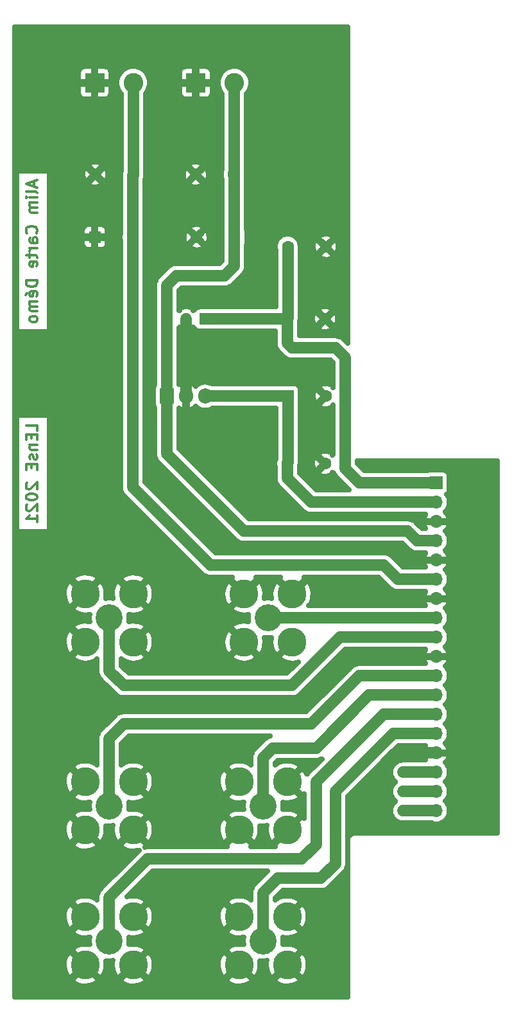
<source format=gbr>
%TF.GenerationSoftware,KiCad,Pcbnew,(5.1.6)-1*%
%TF.CreationDate,2021-03-12T10:12:50+01:00*%
%TF.ProjectId,carte_alim_signaux,63617274-655f-4616-9c69-6d5f7369676e,rev?*%
%TF.SameCoordinates,Original*%
%TF.FileFunction,Copper,L2,Bot*%
%TF.FilePolarity,Positive*%
%FSLAX46Y46*%
G04 Gerber Fmt 4.6, Leading zero omitted, Abs format (unit mm)*
G04 Created by KiCad (PCBNEW (5.1.6)-1) date 2021-03-12 10:12:50*
%MOMM*%
%LPD*%
G01*
G04 APERTURE LIST*
%TA.AperFunction,NonConductor*%
%ADD10C,0.300000*%
%TD*%
%TA.AperFunction,ComponentPad*%
%ADD11C,3.810000*%
%TD*%
%TA.AperFunction,ComponentPad*%
%ADD12C,3.556000*%
%TD*%
%TA.AperFunction,ComponentPad*%
%ADD13C,2.600000*%
%TD*%
%TA.AperFunction,ComponentPad*%
%ADD14R,2.600000X2.600000*%
%TD*%
%TA.AperFunction,ComponentPad*%
%ADD15R,1.700000X1.700000*%
%TD*%
%TA.AperFunction,ComponentPad*%
%ADD16O,1.700000X1.700000*%
%TD*%
%TA.AperFunction,ComponentPad*%
%ADD17C,1.600000*%
%TD*%
%TA.AperFunction,ComponentPad*%
%ADD18R,1.600000X1.600000*%
%TD*%
%TA.AperFunction,ComponentPad*%
%ADD19R,1.905000X2.000000*%
%TD*%
%TA.AperFunction,ComponentPad*%
%ADD20O,1.905000X2.000000*%
%TD*%
%TA.AperFunction,ComponentPad*%
%ADD21C,1.500000*%
%TD*%
%TA.AperFunction,ComponentPad*%
%ADD22R,1.500000X1.500000*%
%TD*%
%TA.AperFunction,ViaPad*%
%ADD23C,1.500000*%
%TD*%
%TA.AperFunction,Conductor*%
%ADD24C,1.500000*%
%TD*%
%TA.AperFunction,Conductor*%
%ADD25C,0.700000*%
%TD*%
G04 APERTURE END LIST*
D10*
X98675000Y-77709285D02*
X98675000Y-78423571D01*
X99103571Y-77566428D02*
X97603571Y-78066428D01*
X99103571Y-78566428D01*
X99103571Y-79280714D02*
X99032142Y-79137857D01*
X98889285Y-79066428D01*
X97603571Y-79066428D01*
X99103571Y-79852142D02*
X98103571Y-79852142D01*
X97603571Y-79852142D02*
X97675000Y-79780714D01*
X97746428Y-79852142D01*
X97675000Y-79923571D01*
X97603571Y-79852142D01*
X97746428Y-79852142D01*
X99103571Y-80566428D02*
X98103571Y-80566428D01*
X98246428Y-80566428D02*
X98175000Y-80637857D01*
X98103571Y-80780714D01*
X98103571Y-80995000D01*
X98175000Y-81137857D01*
X98317857Y-81209285D01*
X99103571Y-81209285D01*
X98317857Y-81209285D02*
X98175000Y-81280714D01*
X98103571Y-81423571D01*
X98103571Y-81637857D01*
X98175000Y-81780714D01*
X98317857Y-81852142D01*
X99103571Y-81852142D01*
X98960714Y-84566428D02*
X99032142Y-84495000D01*
X99103571Y-84280714D01*
X99103571Y-84137857D01*
X99032142Y-83923571D01*
X98889285Y-83780714D01*
X98746428Y-83709285D01*
X98460714Y-83637857D01*
X98246428Y-83637857D01*
X97960714Y-83709285D01*
X97817857Y-83780714D01*
X97675000Y-83923571D01*
X97603571Y-84137857D01*
X97603571Y-84280714D01*
X97675000Y-84495000D01*
X97746428Y-84566428D01*
X99103571Y-85852142D02*
X98317857Y-85852142D01*
X98175000Y-85780714D01*
X98103571Y-85637857D01*
X98103571Y-85352142D01*
X98175000Y-85209285D01*
X99032142Y-85852142D02*
X99103571Y-85709285D01*
X99103571Y-85352142D01*
X99032142Y-85209285D01*
X98889285Y-85137857D01*
X98746428Y-85137857D01*
X98603571Y-85209285D01*
X98532142Y-85352142D01*
X98532142Y-85709285D01*
X98460714Y-85852142D01*
X99103571Y-86566428D02*
X98103571Y-86566428D01*
X98389285Y-86566428D02*
X98246428Y-86637857D01*
X98175000Y-86709285D01*
X98103571Y-86852142D01*
X98103571Y-86995000D01*
X98103571Y-87280714D02*
X98103571Y-87852142D01*
X97603571Y-87495000D02*
X98889285Y-87495000D01*
X99032142Y-87566428D01*
X99103571Y-87709285D01*
X99103571Y-87852142D01*
X99032142Y-88923571D02*
X99103571Y-88780714D01*
X99103571Y-88495000D01*
X99032142Y-88352142D01*
X98889285Y-88280714D01*
X98317857Y-88280714D01*
X98175000Y-88352142D01*
X98103571Y-88495000D01*
X98103571Y-88780714D01*
X98175000Y-88923571D01*
X98317857Y-88995000D01*
X98460714Y-88995000D01*
X98603571Y-88280714D01*
X99103571Y-90780714D02*
X97603571Y-90780714D01*
X97603571Y-91137857D01*
X97675000Y-91352142D01*
X97817857Y-91495000D01*
X97960714Y-91566428D01*
X98246428Y-91637857D01*
X98460714Y-91637857D01*
X98746428Y-91566428D01*
X98889285Y-91495000D01*
X99032142Y-91352142D01*
X99103571Y-91137857D01*
X99103571Y-90780714D01*
X99032142Y-92852142D02*
X99103571Y-92709285D01*
X99103571Y-92423571D01*
X99032142Y-92280714D01*
X98889285Y-92209285D01*
X98317857Y-92209285D01*
X98175000Y-92280714D01*
X98103571Y-92423571D01*
X98103571Y-92709285D01*
X98175000Y-92852142D01*
X98317857Y-92923571D01*
X98460714Y-92923571D01*
X98603571Y-92209285D01*
X97532142Y-92709285D02*
X97746428Y-92495000D01*
X99103571Y-93566428D02*
X98103571Y-93566428D01*
X98246428Y-93566428D02*
X98175000Y-93637857D01*
X98103571Y-93780714D01*
X98103571Y-93995000D01*
X98175000Y-94137857D01*
X98317857Y-94209285D01*
X99103571Y-94209285D01*
X98317857Y-94209285D02*
X98175000Y-94280714D01*
X98103571Y-94423571D01*
X98103571Y-94637857D01*
X98175000Y-94780714D01*
X98317857Y-94852142D01*
X99103571Y-94852142D01*
X99103571Y-95780714D02*
X99032142Y-95637857D01*
X98960714Y-95566428D01*
X98817857Y-95495000D01*
X98389285Y-95495000D01*
X98246428Y-95566428D01*
X98175000Y-95637857D01*
X98103571Y-95780714D01*
X98103571Y-95995000D01*
X98175000Y-96137857D01*
X98246428Y-96209285D01*
X98389285Y-96280714D01*
X98817857Y-96280714D01*
X98960714Y-96209285D01*
X99032142Y-96137857D01*
X99103571Y-95995000D01*
X99103571Y-95780714D01*
X99103571Y-110597857D02*
X99103571Y-109883571D01*
X97603571Y-109883571D01*
X98317857Y-111097857D02*
X98317857Y-111597857D01*
X99103571Y-111812142D02*
X99103571Y-111097857D01*
X97603571Y-111097857D01*
X97603571Y-111812142D01*
X98103571Y-112455000D02*
X99103571Y-112455000D01*
X98246428Y-112455000D02*
X98175000Y-112526428D01*
X98103571Y-112669285D01*
X98103571Y-112883571D01*
X98175000Y-113026428D01*
X98317857Y-113097857D01*
X99103571Y-113097857D01*
X99032142Y-113740714D02*
X99103571Y-113883571D01*
X99103571Y-114169285D01*
X99032142Y-114312142D01*
X98889285Y-114383571D01*
X98817857Y-114383571D01*
X98675000Y-114312142D01*
X98603571Y-114169285D01*
X98603571Y-113955000D01*
X98532142Y-113812142D01*
X98389285Y-113740714D01*
X98317857Y-113740714D01*
X98175000Y-113812142D01*
X98103571Y-113955000D01*
X98103571Y-114169285D01*
X98175000Y-114312142D01*
X98317857Y-115026428D02*
X98317857Y-115526428D01*
X99103571Y-115740714D02*
X99103571Y-115026428D01*
X97603571Y-115026428D01*
X97603571Y-115740714D01*
X97746428Y-117455000D02*
X97675000Y-117526428D01*
X97603571Y-117669285D01*
X97603571Y-118026428D01*
X97675000Y-118169285D01*
X97746428Y-118240714D01*
X97889285Y-118312142D01*
X98032142Y-118312142D01*
X98246428Y-118240714D01*
X99103571Y-117383571D01*
X99103571Y-118312142D01*
X97603571Y-119240714D02*
X97603571Y-119383571D01*
X97675000Y-119526428D01*
X97746428Y-119597857D01*
X97889285Y-119669285D01*
X98175000Y-119740714D01*
X98532142Y-119740714D01*
X98817857Y-119669285D01*
X98960714Y-119597857D01*
X99032142Y-119526428D01*
X99103571Y-119383571D01*
X99103571Y-119240714D01*
X99032142Y-119097857D01*
X98960714Y-119026428D01*
X98817857Y-118955000D01*
X98532142Y-118883571D01*
X98175000Y-118883571D01*
X97889285Y-118955000D01*
X97746428Y-119026428D01*
X97675000Y-119097857D01*
X97603571Y-119240714D01*
X97746428Y-120312142D02*
X97675000Y-120383571D01*
X97603571Y-120526428D01*
X97603571Y-120883571D01*
X97675000Y-121026428D01*
X97746428Y-121097857D01*
X97889285Y-121169285D01*
X98032142Y-121169285D01*
X98246428Y-121097857D01*
X99103571Y-120240714D01*
X99103571Y-121169285D01*
X99103571Y-122597857D02*
X99103571Y-121740714D01*
X99103571Y-122169285D02*
X97603571Y-122169285D01*
X97817857Y-122026428D01*
X97960714Y-121883571D01*
X98032142Y-121740714D01*
D11*
%TO.P,J1,2*%
%TO.N,GND*%
X132715000Y-138430000D03*
X126365000Y-138430000D03*
X132715000Y-132080000D03*
D12*
%TO.P,J1,1*%
%TO.N,IN1*%
X129540000Y-135255000D03*
D11*
%TO.P,J1,2*%
%TO.N,GND*%
X126365000Y-132080000D03*
%TD*%
%TO.P,J2,2*%
%TO.N,GND*%
X105410000Y-132080000D03*
D12*
%TO.P,J2,1*%
%TO.N,IN2*%
X108585000Y-135255000D03*
D11*
%TO.P,J2,2*%
%TO.N,GND*%
X111760000Y-132080000D03*
X105410000Y-138430000D03*
X111760000Y-138430000D03*
%TD*%
%TO.P,J3,2*%
%TO.N,GND*%
X105410000Y-156845000D03*
D12*
%TO.P,J3,1*%
%TO.N,OUT1*%
X108585000Y-160020000D03*
D11*
%TO.P,J3,2*%
%TO.N,GND*%
X111760000Y-156845000D03*
X105410000Y-163195000D03*
X111760000Y-163195000D03*
%TD*%
%TO.P,J4,2*%
%TO.N,GND*%
X132080000Y-163195000D03*
X125730000Y-163195000D03*
X132080000Y-156845000D03*
D12*
%TO.P,J4,1*%
%TO.N,OUT2*%
X128905000Y-160020000D03*
D11*
%TO.P,J4,2*%
%TO.N,GND*%
X125730000Y-156845000D03*
%TD*%
%TO.P,J5,2*%
%TO.N,GND*%
X105410000Y-174625000D03*
D12*
%TO.P,J5,1*%
%TO.N,OUT3*%
X108585000Y-177800000D03*
D11*
%TO.P,J5,2*%
%TO.N,GND*%
X111760000Y-174625000D03*
X105410000Y-180975000D03*
X111760000Y-180975000D03*
%TD*%
%TO.P,J6,2*%
%TO.N,GND*%
X132080000Y-180975000D03*
X125730000Y-180975000D03*
X132080000Y-174625000D03*
D12*
%TO.P,J6,1*%
%TO.N,OUT4*%
X128905000Y-177800000D03*
D11*
%TO.P,J6,2*%
%TO.N,GND*%
X125730000Y-174625000D03*
%TD*%
D13*
%TO.P,J7,2*%
%TO.N,+15V*%
X125095000Y-64770000D03*
D14*
%TO.P,J7,1*%
%TO.N,GND*%
X120015000Y-64770000D03*
%TD*%
%TO.P,J8,1*%
%TO.N,GND*%
X106680000Y-64770000D03*
D13*
%TO.P,J8,2*%
%TO.N,-15V*%
X111760000Y-64770000D03*
%TD*%
D15*
%TO.P,J9,1*%
%TO.N,3.3V*%
X151765000Y-117475000D03*
D16*
%TO.P,J9,2*%
%TO.N,5V*%
X151765000Y-120015000D03*
%TO.P,J9,3*%
%TO.N,GND*%
X151765000Y-122555000D03*
%TO.P,J9,4*%
%TO.N,+15V*%
X151765000Y-125095000D03*
%TO.P,J9,5*%
%TO.N,GND*%
X151765000Y-127635000D03*
%TO.P,J9,6*%
%TO.N,-15V*%
X151765000Y-130175000D03*
%TO.P,J9,7*%
%TO.N,GND*%
X151765000Y-132715000D03*
%TO.P,J9,8*%
%TO.N,IN1*%
X151765000Y-135255000D03*
%TO.P,J9,9*%
%TO.N,IN2*%
X151765000Y-137795000D03*
%TO.P,J9,10*%
%TO.N,GND*%
X151765000Y-140335000D03*
%TO.P,J9,11*%
%TO.N,OUT1*%
X151765000Y-142875000D03*
%TO.P,J9,12*%
%TO.N,OUT2*%
X151765000Y-145415000D03*
%TO.P,J9,13*%
%TO.N,OUT3*%
X151765000Y-147955000D03*
%TO.P,J9,14*%
%TO.N,OUT4*%
X151765000Y-150495000D03*
%TO.P,J9,15*%
%TO.N,GND*%
X151765000Y-153035000D03*
%TO.P,J9,16*%
%TO.N,SEL1*%
X151765000Y-155575000D03*
%TO.P,J9,17*%
%TO.N,SEL2*%
X151765000Y-158115000D03*
%TO.P,J9,18*%
%TO.N,SEL3*%
X151765000Y-160655000D03*
%TD*%
D17*
%TO.P,C1,1*%
%TO.N,+15V*%
X125015000Y-76835000D03*
%TO.P,C1,2*%
%TO.N,GND*%
X120015000Y-76835000D03*
%TD*%
%TO.P,C2,2*%
%TO.N,-15V*%
X111760000Y-76835000D03*
%TO.P,C2,1*%
%TO.N,GND*%
X106760000Y-76835000D03*
%TD*%
%TO.P,C3,2*%
%TO.N,GND*%
X120095000Y-85090000D03*
D18*
%TO.P,C3,1*%
%TO.N,+15V*%
X125095000Y-85090000D03*
%TD*%
D17*
%TO.P,C4,2*%
%TO.N,-15V*%
X111680000Y-85090000D03*
D18*
%TO.P,C4,1*%
%TO.N,GND*%
X106680000Y-85090000D03*
%TD*%
%TO.P,C5,1*%
%TO.N,5V*%
X132160000Y-106045000D03*
D17*
%TO.P,C5,2*%
%TO.N,GND*%
X137160000Y-106045000D03*
%TD*%
D18*
%TO.P,C6,1*%
%TO.N,3.3V*%
X132080000Y-95885000D03*
D17*
%TO.P,C6,2*%
%TO.N,GND*%
X137080000Y-95885000D03*
%TD*%
%TO.P,C7,2*%
%TO.N,GND*%
X137080000Y-114935000D03*
%TO.P,C7,1*%
%TO.N,5V*%
X132080000Y-114935000D03*
%TD*%
%TO.P,C8,1*%
%TO.N,3.3V*%
X132160000Y-86360000D03*
%TO.P,C8,2*%
%TO.N,GND*%
X137160000Y-86360000D03*
%TD*%
D19*
%TO.P,U1,1*%
%TO.N,+15V*%
X116205000Y-106045000D03*
D20*
%TO.P,U1,2*%
%TO.N,GND*%
X118745000Y-106045000D03*
%TO.P,U1,3*%
%TO.N,5V*%
X121285000Y-106045000D03*
%TD*%
D21*
%TO.P,U2,2*%
%TO.N,GND*%
X118745000Y-95885000D03*
%TO.P,U2,3*%
%TO.N,+15V*%
X116205000Y-95885000D03*
D22*
%TO.P,U2,1*%
%TO.N,3.3V*%
X121285000Y-95885000D03*
%TD*%
D23*
%TO.N,+15V*%
X143510000Y-123825000D03*
%TO.N,GND*%
X147320000Y-153035000D03*
%TO.N,5V*%
X143510000Y-120015000D03*
%TO.N,3.3V*%
X143510000Y-117475000D03*
%TO.N,IN1*%
X143510000Y-135255000D03*
%TO.N,IN2*%
X143510000Y-137795000D03*
%TO.N,OUT1*%
X143510000Y-142875000D03*
%TO.N,OUT2*%
X143510000Y-145415000D03*
%TO.N,OUT3*%
X143510000Y-149225000D03*
%TO.N,OUT4*%
X143510000Y-153035000D03*
%TO.N,-15V*%
X143510000Y-128270000D03*
%TO.N,SEL1*%
X147320000Y-155575000D03*
%TO.N,SEL2*%
X147320000Y-158115000D03*
%TO.N,SEL3*%
X147320000Y-160655000D03*
%TD*%
D24*
%TO.N,+15V*%
X125095000Y-76915000D02*
X125015000Y-76835000D01*
X125095000Y-85090000D02*
X125095000Y-76915000D01*
X125095000Y-76755000D02*
X125015000Y-76835000D01*
X125095000Y-64770000D02*
X125095000Y-76755000D01*
X125095000Y-88900000D02*
X125095000Y-85090000D01*
X117475000Y-90170000D02*
X123825000Y-90170000D01*
X123825000Y-90170000D02*
X125095000Y-88900000D01*
X116205000Y-95885000D02*
X116205000Y-91440000D01*
X116205000Y-91440000D02*
X117475000Y-90170000D01*
X116205000Y-106045000D02*
X116205000Y-95885000D01*
X116205000Y-106243055D02*
X116205000Y-106045000D01*
X149225000Y-125095000D02*
X147955000Y-123825000D01*
X151765000Y-125095000D02*
X149225000Y-125095000D01*
X116205000Y-113665000D02*
X116205000Y-106243055D01*
X126365000Y-123825000D02*
X116205000Y-113665000D01*
X143510000Y-123825000D02*
X126365000Y-123825000D01*
X147955000Y-123825000D02*
X143510000Y-123825000D01*
%TO.N,GND*%
X118745000Y-106045000D02*
X118745000Y-95885000D01*
X151765000Y-153035000D02*
X147320000Y-153035000D01*
%TO.N,5V*%
X121285000Y-106045000D02*
X132160000Y-106045000D01*
X132160000Y-114855000D02*
X132080000Y-114935000D01*
X132160000Y-106045000D02*
X132160000Y-114855000D01*
X132080000Y-114935000D02*
X132080000Y-116840000D01*
X132080000Y-116840000D02*
X135255000Y-120015000D01*
X143510000Y-120015000D02*
X151765000Y-120015000D01*
X135255000Y-120015000D02*
X143510000Y-120015000D01*
%TO.N,3.3V*%
X121285000Y-95885000D02*
X132080000Y-95885000D01*
X132160000Y-95805000D02*
X132080000Y-95885000D01*
X132160000Y-86360000D02*
X132160000Y-95805000D01*
X132080000Y-99060000D02*
X132080000Y-95885000D01*
X141605000Y-117475000D02*
X139700000Y-115570000D01*
X139700000Y-115570000D02*
X139700000Y-100965000D01*
X139700000Y-100965000D02*
X138430000Y-99695000D01*
X132715000Y-99695000D02*
X132080000Y-99060000D01*
X138430000Y-99695000D02*
X132715000Y-99695000D01*
X143510000Y-117475000D02*
X141605000Y-117475000D01*
X151765000Y-117475000D02*
X143510000Y-117475000D01*
%TO.N,IN1*%
X129540000Y-135255000D02*
X132054471Y-135255000D01*
X143510000Y-135255000D02*
X151765000Y-135255000D01*
X132054471Y-135255000D02*
X143510000Y-135255000D01*
%TO.N,IN2*%
X110490000Y-144145000D02*
X132715000Y-144145000D01*
X108585000Y-135255000D02*
X108585000Y-142240000D01*
X132715000Y-144145000D02*
X139065000Y-137795000D01*
X108585000Y-142240000D02*
X110490000Y-144145000D01*
X143510000Y-137795000D02*
X151765000Y-137795000D01*
X139065000Y-137795000D02*
X143510000Y-137795000D01*
%TO.N,OUT1*%
X135255000Y-149225000D02*
X141605000Y-142875000D01*
X110490000Y-149225000D02*
X135255000Y-149225000D01*
X108585000Y-160020000D02*
X108585000Y-151130000D01*
X108585000Y-151130000D02*
X110490000Y-149225000D01*
X143510000Y-142875000D02*
X151765000Y-142875000D01*
X141605000Y-142875000D02*
X143510000Y-142875000D01*
%TO.N,OUT2*%
X143510000Y-145415000D02*
X151765000Y-145415000D01*
X142875000Y-145415000D02*
X143510000Y-145415000D01*
X135890000Y-152400000D02*
X142875000Y-145415000D01*
X130175000Y-152400000D02*
X135890000Y-152400000D01*
X128905000Y-160020000D02*
X128905000Y-153670000D01*
X128905000Y-153670000D02*
X130175000Y-152400000D01*
%TO.N,OUT3*%
X108585000Y-172085000D02*
X113665000Y-167005000D01*
X135890000Y-165100000D02*
X135890000Y-156845000D01*
X113665000Y-167005000D02*
X133985000Y-167005000D01*
X135890000Y-156845000D02*
X143510000Y-149225000D01*
X151765000Y-147955000D02*
X144780000Y-147955000D01*
X108585000Y-177800000D02*
X108585000Y-172085000D01*
X144780000Y-147955000D02*
X143510000Y-149225000D01*
X133985000Y-167005000D02*
X135890000Y-165100000D01*
%TO.N,OUT4*%
X146050000Y-150495000D02*
X143510000Y-153035000D01*
X128905000Y-177800000D02*
X128905000Y-171450000D01*
X136525000Y-169545000D02*
X138430000Y-167640000D01*
X130810000Y-169545000D02*
X136525000Y-169545000D01*
X128905000Y-171450000D02*
X130810000Y-169545000D01*
X138430000Y-158115000D02*
X143510000Y-153035000D01*
X138430000Y-167640000D02*
X138430000Y-158115000D01*
X151765000Y-150495000D02*
X146050000Y-150495000D01*
%TO.N,-15V*%
X151765000Y-130175000D02*
X146685000Y-130175000D01*
X146685000Y-130175000D02*
X144780000Y-128270000D01*
X111680000Y-118030000D02*
X111680000Y-85090000D01*
X121920000Y-128270000D02*
X111680000Y-118030000D01*
X111680000Y-76915000D02*
X111760000Y-76835000D01*
X111680000Y-85090000D02*
X111680000Y-76915000D01*
X111760000Y-76835000D02*
X111760000Y-64770000D01*
X143510000Y-128270000D02*
X121920000Y-128270000D01*
X144780000Y-128270000D02*
X143510000Y-128270000D01*
%TO.N,SEL1*%
X151765000Y-155575000D02*
X147320000Y-155575000D01*
%TO.N,SEL2*%
X151765000Y-158115000D02*
X147320000Y-158115000D01*
%TO.N,SEL3*%
X151765000Y-160655000D02*
X147320000Y-160655000D01*
%TD*%
D25*
%TO.N,GND*%
G36*
X140087001Y-99077946D02*
G01*
X139622889Y-98613835D01*
X139572529Y-98552471D01*
X139327679Y-98351528D01*
X139048332Y-98202214D01*
X138745223Y-98110267D01*
X138508991Y-98087000D01*
X138430000Y-98079220D01*
X138351009Y-98087000D01*
X133688000Y-98087000D01*
X133688000Y-97011952D01*
X136165180Y-97011952D01*
X136226066Y-97315534D01*
X136521558Y-97454641D01*
X136838510Y-97533427D01*
X137164743Y-97548865D01*
X137487718Y-97500362D01*
X137795026Y-97389782D01*
X137933934Y-97315534D01*
X137994820Y-97011952D01*
X137080000Y-96097132D01*
X136165180Y-97011952D01*
X133688000Y-97011952D01*
X133688000Y-96977099D01*
X133725585Y-96853197D01*
X133742151Y-96685000D01*
X133742151Y-96128735D01*
X133744733Y-96120223D01*
X133759554Y-95969743D01*
X135416135Y-95969743D01*
X135464638Y-96292718D01*
X135575218Y-96600026D01*
X135649466Y-96738934D01*
X135953048Y-96799820D01*
X136867868Y-95885000D01*
X137292132Y-95885000D01*
X138206952Y-96799820D01*
X138510534Y-96738934D01*
X138649641Y-96443442D01*
X138728427Y-96126490D01*
X138743865Y-95800257D01*
X138695362Y-95477282D01*
X138584782Y-95169974D01*
X138510534Y-95031066D01*
X138206952Y-94970180D01*
X137292132Y-95885000D01*
X136867868Y-95885000D01*
X135953048Y-94970180D01*
X135649466Y-95031066D01*
X135510359Y-95326558D01*
X135431573Y-95643510D01*
X135416135Y-95969743D01*
X133759554Y-95969743D01*
X133768000Y-95883991D01*
X133768000Y-95883984D01*
X133775779Y-95805001D01*
X133768000Y-95726017D01*
X133768000Y-94758048D01*
X136165180Y-94758048D01*
X137080000Y-95672868D01*
X137994820Y-94758048D01*
X137933934Y-94454466D01*
X137638442Y-94315359D01*
X137321490Y-94236573D01*
X136995257Y-94221135D01*
X136672282Y-94269638D01*
X136364974Y-94380218D01*
X136226066Y-94454466D01*
X136165180Y-94758048D01*
X133768000Y-94758048D01*
X133768000Y-87486952D01*
X136245180Y-87486952D01*
X136306066Y-87790534D01*
X136601558Y-87929641D01*
X136918510Y-88008427D01*
X137244743Y-88023865D01*
X137567718Y-87975362D01*
X137875026Y-87864782D01*
X138013934Y-87790534D01*
X138074820Y-87486952D01*
X137160000Y-86572132D01*
X136245180Y-87486952D01*
X133768000Y-87486952D01*
X133768000Y-86774666D01*
X133818000Y-86523299D01*
X133818000Y-86444743D01*
X135496135Y-86444743D01*
X135544638Y-86767718D01*
X135655218Y-87075026D01*
X135729466Y-87213934D01*
X136033048Y-87274820D01*
X136947868Y-86360000D01*
X137372132Y-86360000D01*
X138286952Y-87274820D01*
X138590534Y-87213934D01*
X138729641Y-86918442D01*
X138808427Y-86601490D01*
X138823865Y-86275257D01*
X138775362Y-85952282D01*
X138664782Y-85644974D01*
X138590534Y-85506066D01*
X138286952Y-85445180D01*
X137372132Y-86360000D01*
X136947868Y-86360000D01*
X136033048Y-85445180D01*
X135729466Y-85506066D01*
X135590359Y-85801558D01*
X135511573Y-86118510D01*
X135496135Y-86444743D01*
X133818000Y-86444743D01*
X133818000Y-86196701D01*
X133754284Y-85876379D01*
X133629300Y-85574643D01*
X133447852Y-85303087D01*
X133377813Y-85233048D01*
X136245180Y-85233048D01*
X137160000Y-86147868D01*
X138074820Y-85233048D01*
X138013934Y-84929466D01*
X137718442Y-84790359D01*
X137401490Y-84711573D01*
X137075257Y-84696135D01*
X136752282Y-84744638D01*
X136444974Y-84855218D01*
X136306066Y-84929466D01*
X136245180Y-85233048D01*
X133377813Y-85233048D01*
X133216913Y-85072148D01*
X132945357Y-84890700D01*
X132643621Y-84765716D01*
X132323299Y-84702000D01*
X131996701Y-84702000D01*
X131676379Y-84765716D01*
X131374643Y-84890700D01*
X131103087Y-85072148D01*
X130872148Y-85303087D01*
X130690700Y-85574643D01*
X130565716Y-85876379D01*
X130502000Y-86196701D01*
X130502000Y-86523299D01*
X130552000Y-86774666D01*
X130552001Y-94277000D01*
X122077146Y-94277000D01*
X122035000Y-94272849D01*
X120535000Y-94272849D01*
X120366803Y-94289415D01*
X120205069Y-94338476D01*
X120056015Y-94418148D01*
X119925367Y-94525367D01*
X119818148Y-94656015D01*
X119811366Y-94668703D01*
X119780264Y-94637601D01*
X119624095Y-94793770D01*
X119569278Y-94495284D01*
X119282320Y-94361179D01*
X118974713Y-94285633D01*
X118658278Y-94271549D01*
X118345175Y-94319470D01*
X118047438Y-94427553D01*
X117920722Y-94495284D01*
X117865905Y-94793770D01*
X117813000Y-94740865D01*
X117813000Y-92106054D01*
X118141055Y-91778000D01*
X123746009Y-91778000D01*
X123825000Y-91785780D01*
X123903991Y-91778000D01*
X124140223Y-91754733D01*
X124443332Y-91662786D01*
X124722679Y-91513472D01*
X124967529Y-91312529D01*
X125017889Y-91251165D01*
X126176171Y-90092884D01*
X126237529Y-90042529D01*
X126438472Y-89797679D01*
X126587786Y-89518332D01*
X126679733Y-89215223D01*
X126703000Y-88978991D01*
X126703000Y-88978982D01*
X126710779Y-88900001D01*
X126703000Y-88821020D01*
X126703000Y-86182099D01*
X126740585Y-86058197D01*
X126757151Y-85890000D01*
X126757151Y-84290000D01*
X126740585Y-84121803D01*
X126703000Y-83997901D01*
X126703000Y-76993983D01*
X126710779Y-76914999D01*
X126703000Y-76836016D01*
X126703000Y-76836009D01*
X126702901Y-76835000D01*
X126703000Y-76833991D01*
X126703000Y-76833984D01*
X126710779Y-76755001D01*
X126703000Y-76676017D01*
X126703000Y-66213873D01*
X126771228Y-66145645D01*
X127007395Y-65792196D01*
X127170070Y-65399465D01*
X127253000Y-64982544D01*
X127253000Y-64557456D01*
X127170070Y-64140535D01*
X127007395Y-63747804D01*
X126771228Y-63394355D01*
X126470645Y-63093772D01*
X126117196Y-62857605D01*
X125724465Y-62694930D01*
X125307544Y-62612000D01*
X124882456Y-62612000D01*
X124465535Y-62694930D01*
X124072804Y-62857605D01*
X123719355Y-63093772D01*
X123418772Y-63394355D01*
X123182605Y-63747804D01*
X123019930Y-64140535D01*
X122937000Y-64557456D01*
X122937000Y-64982544D01*
X123019930Y-65399465D01*
X123182605Y-65792196D01*
X123418772Y-66145645D01*
X123487000Y-66213873D01*
X123487001Y-76191354D01*
X123420716Y-76351379D01*
X123357000Y-76671701D01*
X123357000Y-76998299D01*
X123420716Y-77318621D01*
X123487001Y-77478646D01*
X123487000Y-83997900D01*
X123449415Y-84121803D01*
X123432849Y-84290000D01*
X123432849Y-85890000D01*
X123449415Y-86058197D01*
X123487001Y-86182102D01*
X123487000Y-88233945D01*
X123158946Y-88562000D01*
X117553980Y-88562000D01*
X117474999Y-88554221D01*
X117396018Y-88562000D01*
X117396009Y-88562000D01*
X117159777Y-88585267D01*
X116856668Y-88677214D01*
X116577321Y-88826528D01*
X116332471Y-89027471D01*
X116282117Y-89088828D01*
X115123830Y-90247115D01*
X115062472Y-90297471D01*
X115012118Y-90358828D01*
X114861529Y-90542321D01*
X114712215Y-90821668D01*
X114620267Y-91124777D01*
X114589220Y-91440000D01*
X114597001Y-91519001D01*
X114597000Y-95726626D01*
X114597000Y-96043374D01*
X114597001Y-96043379D01*
X114597000Y-104491256D01*
X114535648Y-104566015D01*
X114455976Y-104715069D01*
X114406915Y-104876803D01*
X114390349Y-105045000D01*
X114390349Y-107045000D01*
X114406915Y-107213197D01*
X114455976Y-107374931D01*
X114535648Y-107523985D01*
X114597001Y-107598744D01*
X114597000Y-113586009D01*
X114589220Y-113665000D01*
X114617706Y-113954220D01*
X114620267Y-113980222D01*
X114712214Y-114283331D01*
X114861528Y-114562678D01*
X115062471Y-114807529D01*
X115123835Y-114857889D01*
X125172115Y-124906170D01*
X125222471Y-124967529D01*
X125467321Y-125168472D01*
X125746668Y-125317786D01*
X125922767Y-125371205D01*
X126049776Y-125409733D01*
X126365000Y-125440780D01*
X126443991Y-125433000D01*
X147288946Y-125433000D01*
X148032115Y-126176170D01*
X148082471Y-126237529D01*
X148327321Y-126438472D01*
X148606668Y-126587786D01*
X148909777Y-126679733D01*
X149146009Y-126703000D01*
X149146018Y-126703000D01*
X149224999Y-126710779D01*
X149303980Y-126703000D01*
X150339924Y-126703000D01*
X150300365Y-126756292D01*
X150157080Y-127058912D01*
X150108011Y-127220689D01*
X150279052Y-127485000D01*
X151615000Y-127485000D01*
X151615000Y-127465000D01*
X151915000Y-127465000D01*
X151915000Y-127485000D01*
X153250948Y-127485000D01*
X153421989Y-127220689D01*
X153372920Y-127058912D01*
X153229635Y-126756292D01*
X153030065Y-126487440D01*
X152903054Y-126372422D01*
X153091690Y-126183786D01*
X153278610Y-125904041D01*
X153407362Y-125593205D01*
X153473000Y-125263223D01*
X153473000Y-124926777D01*
X153407362Y-124596795D01*
X153278610Y-124285959D01*
X153091690Y-124006214D01*
X152903054Y-123817578D01*
X153030065Y-123702560D01*
X153229635Y-123433708D01*
X153372920Y-123131088D01*
X153421989Y-122969311D01*
X153250948Y-122705000D01*
X151915000Y-122705000D01*
X151915000Y-122725000D01*
X151615000Y-122725000D01*
X151615000Y-122705000D01*
X150279052Y-122705000D01*
X150108011Y-122969311D01*
X150157080Y-123131088D01*
X150300365Y-123433708D01*
X150339924Y-123487000D01*
X149891055Y-123487000D01*
X149147889Y-122743835D01*
X149097529Y-122682471D01*
X148852679Y-122481528D01*
X148573332Y-122332214D01*
X148270223Y-122240267D01*
X148033991Y-122217000D01*
X147955000Y-122209220D01*
X147876009Y-122217000D01*
X127031055Y-122217000D01*
X117813000Y-112998946D01*
X117813000Y-107637995D01*
X118081879Y-107775748D01*
X118314596Y-107851097D01*
X118595000Y-107681435D01*
X118595000Y-106195000D01*
X118575000Y-106195000D01*
X118575000Y-105895000D01*
X118595000Y-105895000D01*
X118595000Y-104408565D01*
X118314596Y-104238903D01*
X118081879Y-104314252D01*
X117813000Y-104452005D01*
X117813000Y-97029135D01*
X117865905Y-96976230D01*
X117920722Y-97274716D01*
X118207680Y-97408821D01*
X118515287Y-97484367D01*
X118831722Y-97498451D01*
X119144825Y-97450530D01*
X119442562Y-97342447D01*
X119569278Y-97274716D01*
X119624095Y-96976230D01*
X119780264Y-97132399D01*
X119811366Y-97101297D01*
X119818148Y-97113985D01*
X119925367Y-97244633D01*
X120056015Y-97351852D01*
X120205069Y-97431524D01*
X120366803Y-97480585D01*
X120535000Y-97497151D01*
X122035000Y-97497151D01*
X122077146Y-97493000D01*
X130472000Y-97493000D01*
X130472000Y-98981008D01*
X130464220Y-99060000D01*
X130495267Y-99375223D01*
X130496797Y-99380267D01*
X130587214Y-99678331D01*
X130736528Y-99957678D01*
X130937471Y-100202529D01*
X130998835Y-100252889D01*
X131522114Y-100776169D01*
X131572471Y-100837529D01*
X131817321Y-101038472D01*
X131956995Y-101113129D01*
X132096667Y-101187786D01*
X132399777Y-101279733D01*
X132715000Y-101310780D01*
X132793991Y-101303000D01*
X137763946Y-101303000D01*
X138092001Y-101631056D01*
X138092001Y-104900864D01*
X138074819Y-104918046D01*
X138013934Y-104614466D01*
X137718442Y-104475359D01*
X137401490Y-104396573D01*
X137075257Y-104381135D01*
X136752282Y-104429638D01*
X136444974Y-104540218D01*
X136306066Y-104614466D01*
X136245180Y-104918048D01*
X137160000Y-105832868D01*
X137174143Y-105818726D01*
X137386275Y-106030858D01*
X137372132Y-106045000D01*
X137386275Y-106059143D01*
X137174143Y-106271275D01*
X137160000Y-106257132D01*
X136245180Y-107171952D01*
X136306066Y-107475534D01*
X136601558Y-107614641D01*
X136918510Y-107693427D01*
X137244743Y-107708865D01*
X137567718Y-107660362D01*
X137875026Y-107549782D01*
X138013934Y-107475534D01*
X138074819Y-107171954D01*
X138092001Y-107189136D01*
X138092000Y-113710865D01*
X137994819Y-113808046D01*
X137933934Y-113504466D01*
X137638442Y-113365359D01*
X137321490Y-113286573D01*
X136995257Y-113271135D01*
X136672282Y-113319638D01*
X136364974Y-113430218D01*
X136226066Y-113504466D01*
X136165180Y-113808048D01*
X137080000Y-114722868D01*
X137094143Y-114708726D01*
X137306275Y-114920858D01*
X137292132Y-114935000D01*
X137306275Y-114949143D01*
X137094143Y-115161275D01*
X137080000Y-115147132D01*
X136165180Y-116061952D01*
X136226066Y-116365534D01*
X136521558Y-116504641D01*
X136838510Y-116583427D01*
X137164743Y-116598865D01*
X137487718Y-116550362D01*
X137795026Y-116439782D01*
X137933934Y-116365534D01*
X137994819Y-116061954D01*
X138150791Y-116217926D01*
X138200970Y-116167747D01*
X138207214Y-116188331D01*
X138356528Y-116467678D01*
X138557471Y-116712529D01*
X138618835Y-116762889D01*
X140262945Y-118407000D01*
X135921055Y-118407000D01*
X133688000Y-116173946D01*
X133688000Y-115357247D01*
X133744733Y-115170223D01*
X133759554Y-115019743D01*
X135416135Y-115019743D01*
X135464638Y-115342718D01*
X135575218Y-115650026D01*
X135649466Y-115788934D01*
X135953048Y-115849820D01*
X136867868Y-114935000D01*
X135953048Y-114020180D01*
X135649466Y-114081066D01*
X135510359Y-114376558D01*
X135431573Y-114693510D01*
X135416135Y-115019743D01*
X133759554Y-115019743D01*
X133768000Y-114933991D01*
X133768000Y-114933984D01*
X133775779Y-114855001D01*
X133768000Y-114776017D01*
X133768000Y-107137099D01*
X133805585Y-107013197D01*
X133822151Y-106845000D01*
X133822151Y-106129743D01*
X135496135Y-106129743D01*
X135544638Y-106452718D01*
X135655218Y-106760026D01*
X135729466Y-106898934D01*
X136033048Y-106959820D01*
X136947868Y-106045000D01*
X136033048Y-105130180D01*
X135729466Y-105191066D01*
X135590359Y-105486558D01*
X135511573Y-105803510D01*
X135496135Y-106129743D01*
X133822151Y-106129743D01*
X133822151Y-105245000D01*
X133805585Y-105076803D01*
X133756524Y-104915069D01*
X133676852Y-104766015D01*
X133569633Y-104635367D01*
X133438985Y-104528148D01*
X133289931Y-104448476D01*
X133128197Y-104399415D01*
X132960000Y-104382849D01*
X131360000Y-104382849D01*
X131191803Y-104399415D01*
X131067901Y-104437000D01*
X122206222Y-104437000D01*
X121981200Y-104316723D01*
X121639919Y-104213197D01*
X121285000Y-104178240D01*
X120930080Y-104213197D01*
X120588799Y-104316723D01*
X120274273Y-104484841D01*
X120007960Y-104703398D01*
X120001795Y-104696147D01*
X119723765Y-104475964D01*
X119408121Y-104314252D01*
X119175404Y-104238903D01*
X118895000Y-104408565D01*
X118895000Y-105895000D01*
X118915000Y-105895000D01*
X118915000Y-106195000D01*
X118895000Y-106195000D01*
X118895000Y-107681435D01*
X119175404Y-107851097D01*
X119408121Y-107775748D01*
X119723765Y-107614036D01*
X120001795Y-107393853D01*
X120007960Y-107386602D01*
X120274274Y-107605159D01*
X120588800Y-107773277D01*
X120930081Y-107876803D01*
X121285000Y-107911760D01*
X121639920Y-107876803D01*
X121981201Y-107773277D01*
X122206223Y-107653000D01*
X130552000Y-107653000D01*
X130552001Y-114291354D01*
X130485716Y-114451379D01*
X130422000Y-114771701D01*
X130422000Y-115098299D01*
X130472000Y-115349667D01*
X130472001Y-116761000D01*
X130464220Y-116840000D01*
X130495267Y-117155223D01*
X130587215Y-117458332D01*
X130736529Y-117737679D01*
X130937472Y-117982529D01*
X130998831Y-118032885D01*
X134062115Y-121096170D01*
X134112471Y-121157529D01*
X134357321Y-121358472D01*
X134636668Y-121507786D01*
X134812767Y-121561205D01*
X134939776Y-121599733D01*
X134971003Y-121602809D01*
X135176009Y-121623000D01*
X135176016Y-121623000D01*
X135254999Y-121630779D01*
X135333983Y-121623000D01*
X150339924Y-121623000D01*
X150300365Y-121676292D01*
X150157080Y-121978912D01*
X150108011Y-122140689D01*
X150279052Y-122405000D01*
X151615000Y-122405000D01*
X151615000Y-122385000D01*
X151915000Y-122385000D01*
X151915000Y-122405000D01*
X153250948Y-122405000D01*
X153421989Y-122140689D01*
X153372920Y-121978912D01*
X153229635Y-121676292D01*
X153030065Y-121407440D01*
X152903054Y-121292422D01*
X153091690Y-121103786D01*
X153278610Y-120824041D01*
X153407362Y-120513205D01*
X153473000Y-120183223D01*
X153473000Y-119846777D01*
X153407362Y-119516795D01*
X153278610Y-119205959D01*
X153142405Y-119002115D01*
X153224633Y-118934633D01*
X153331852Y-118803985D01*
X153411524Y-118654931D01*
X153460585Y-118493197D01*
X153477151Y-118325000D01*
X153477151Y-116625000D01*
X153460585Y-116456803D01*
X153411524Y-116295069D01*
X153331852Y-116146015D01*
X153224633Y-116015367D01*
X153093985Y-115908148D01*
X152944931Y-115828476D01*
X152783197Y-115779415D01*
X152615000Y-115762849D01*
X150915000Y-115762849D01*
X150746803Y-115779415D01*
X150585069Y-115828476D01*
X150512997Y-115867000D01*
X142271055Y-115867000D01*
X141308000Y-114903946D01*
X141308000Y-114548000D01*
X159772000Y-114548000D01*
X159772001Y-163582000D01*
X141013373Y-163582000D01*
X140970000Y-163577728D01*
X140926627Y-163582000D01*
X140796902Y-163594777D01*
X140630456Y-163645268D01*
X140477058Y-163727260D01*
X140342604Y-163837604D01*
X140232260Y-163972058D01*
X140150268Y-164125456D01*
X140099777Y-164291902D01*
X140082728Y-164465000D01*
X140087000Y-164508373D01*
X140087001Y-185172000D01*
X96133000Y-185172000D01*
X96133000Y-182889473D01*
X103707659Y-182889473D01*
X103901828Y-183306017D01*
X104385566Y-183555457D01*
X104908672Y-183705731D01*
X105451044Y-183751065D01*
X105991839Y-183689717D01*
X106510274Y-183524043D01*
X106918172Y-183306017D01*
X107112341Y-182889473D01*
X110057659Y-182889473D01*
X110251828Y-183306017D01*
X110735566Y-183555457D01*
X111258672Y-183705731D01*
X111801044Y-183751065D01*
X112341839Y-183689717D01*
X112860274Y-183524043D01*
X113268172Y-183306017D01*
X113462341Y-182889473D01*
X124027659Y-182889473D01*
X124221828Y-183306017D01*
X124705566Y-183555457D01*
X125228672Y-183705731D01*
X125771044Y-183751065D01*
X126311839Y-183689717D01*
X126830274Y-183524043D01*
X127238172Y-183306017D01*
X127432341Y-182889473D01*
X130377659Y-182889473D01*
X130571828Y-183306017D01*
X131055566Y-183555457D01*
X131578672Y-183705731D01*
X132121044Y-183751065D01*
X132661839Y-183689717D01*
X133180274Y-183524043D01*
X133588172Y-183306017D01*
X133782341Y-182889473D01*
X132080000Y-181187132D01*
X130377659Y-182889473D01*
X127432341Y-182889473D01*
X125730000Y-181187132D01*
X124027659Y-182889473D01*
X113462341Y-182889473D01*
X111760000Y-181187132D01*
X110057659Y-182889473D01*
X107112341Y-182889473D01*
X105410000Y-181187132D01*
X103707659Y-182889473D01*
X96133000Y-182889473D01*
X96133000Y-181016044D01*
X102633935Y-181016044D01*
X102695283Y-181556839D01*
X102860957Y-182075274D01*
X103078983Y-182483172D01*
X103495527Y-182677341D01*
X105197868Y-180975000D01*
X103495527Y-179272659D01*
X103078983Y-179466828D01*
X102829543Y-179950566D01*
X102679269Y-180473672D01*
X102633935Y-181016044D01*
X96133000Y-181016044D01*
X96133000Y-174666044D01*
X102633935Y-174666044D01*
X102695283Y-175206839D01*
X102860957Y-175725274D01*
X103078983Y-176133172D01*
X103495527Y-176327341D01*
X105197868Y-174625000D01*
X103495527Y-172922659D01*
X103078983Y-173116828D01*
X102829543Y-173600566D01*
X102679269Y-174123672D01*
X102633935Y-174666044D01*
X96133000Y-174666044D01*
X96133000Y-165109473D01*
X103707659Y-165109473D01*
X103901828Y-165526017D01*
X104385566Y-165775457D01*
X104908672Y-165925731D01*
X105451044Y-165971065D01*
X105991839Y-165909717D01*
X106510274Y-165744043D01*
X106918172Y-165526017D01*
X107112341Y-165109473D01*
X105410000Y-163407132D01*
X103707659Y-165109473D01*
X96133000Y-165109473D01*
X96133000Y-163236044D01*
X102633935Y-163236044D01*
X102695283Y-163776839D01*
X102860957Y-164295274D01*
X103078983Y-164703172D01*
X103495527Y-164897341D01*
X105197868Y-163195000D01*
X103495527Y-161492659D01*
X103078983Y-161686828D01*
X102829543Y-162170566D01*
X102679269Y-162693672D01*
X102633935Y-163236044D01*
X96133000Y-163236044D01*
X96133000Y-156886044D01*
X102633935Y-156886044D01*
X102695283Y-157426839D01*
X102860957Y-157945274D01*
X103078983Y-158353172D01*
X103495527Y-158547341D01*
X105197868Y-156845000D01*
X103495527Y-155142659D01*
X103078983Y-155336828D01*
X102829543Y-155820566D01*
X102679269Y-156343672D01*
X102633935Y-156886044D01*
X96133000Y-156886044D01*
X96133000Y-154930527D01*
X103707659Y-154930527D01*
X105410000Y-156632868D01*
X105424143Y-156618726D01*
X105636275Y-156830858D01*
X105622132Y-156845000D01*
X105636275Y-156859143D01*
X105424143Y-157071275D01*
X105410000Y-157057132D01*
X103707659Y-158759473D01*
X103901828Y-159176017D01*
X104385566Y-159425457D01*
X104908672Y-159575731D01*
X105451044Y-159621065D01*
X105988846Y-159560057D01*
X105949000Y-159760377D01*
X105949000Y-160279623D01*
X105990237Y-160486937D01*
X105911328Y-160464269D01*
X105368956Y-160418935D01*
X104828161Y-160480283D01*
X104309726Y-160645957D01*
X103901828Y-160863983D01*
X103707659Y-161280527D01*
X105410000Y-162982868D01*
X105424143Y-162968726D01*
X105636275Y-163180858D01*
X105622132Y-163195000D01*
X107324473Y-164897341D01*
X107741017Y-164703172D01*
X107990457Y-164219434D01*
X108140731Y-163696328D01*
X108186065Y-163153956D01*
X108125057Y-162616154D01*
X108325377Y-162656000D01*
X108844623Y-162656000D01*
X109051937Y-162614763D01*
X109029269Y-162693672D01*
X108983935Y-163236044D01*
X109045283Y-163776839D01*
X109210957Y-164295274D01*
X109428983Y-164703172D01*
X109845527Y-164897341D01*
X111547868Y-163195000D01*
X111972132Y-163195000D01*
X113674473Y-164897341D01*
X114091017Y-164703172D01*
X114340457Y-164219434D01*
X114490731Y-163696328D01*
X114529203Y-163236044D01*
X122953935Y-163236044D01*
X123015283Y-163776839D01*
X123180957Y-164295274D01*
X123398983Y-164703172D01*
X123815527Y-164897341D01*
X125517868Y-163195000D01*
X123815527Y-161492659D01*
X123398983Y-161686828D01*
X123149543Y-162170566D01*
X122999269Y-162693672D01*
X122953935Y-163236044D01*
X114529203Y-163236044D01*
X114536065Y-163153956D01*
X114474717Y-162613161D01*
X114309043Y-162094726D01*
X114091017Y-161686828D01*
X113674473Y-161492659D01*
X111972132Y-163195000D01*
X111547868Y-163195000D01*
X111533726Y-163180858D01*
X111745858Y-162968726D01*
X111760000Y-162982868D01*
X113462341Y-161280527D01*
X113268172Y-160863983D01*
X112784434Y-160614543D01*
X112261328Y-160464269D01*
X111718956Y-160418935D01*
X111181154Y-160479943D01*
X111221000Y-160279623D01*
X111221000Y-159760377D01*
X111179763Y-159553063D01*
X111258672Y-159575731D01*
X111801044Y-159621065D01*
X112341839Y-159559717D01*
X112860274Y-159394043D01*
X113268172Y-159176017D01*
X113462341Y-158759473D01*
X111760000Y-157057132D01*
X111745858Y-157071275D01*
X111533726Y-156859143D01*
X111547868Y-156845000D01*
X111972132Y-156845000D01*
X113674473Y-158547341D01*
X114091017Y-158353172D01*
X114340457Y-157869434D01*
X114490731Y-157346328D01*
X114529203Y-156886044D01*
X122953935Y-156886044D01*
X123015283Y-157426839D01*
X123180957Y-157945274D01*
X123398983Y-158353172D01*
X123815527Y-158547341D01*
X125517868Y-156845000D01*
X123815527Y-155142659D01*
X123398983Y-155336828D01*
X123149543Y-155820566D01*
X122999269Y-156343672D01*
X122953935Y-156886044D01*
X114529203Y-156886044D01*
X114536065Y-156803956D01*
X114474717Y-156263161D01*
X114309043Y-155744726D01*
X114091017Y-155336828D01*
X113674473Y-155142659D01*
X111972132Y-156845000D01*
X111547868Y-156845000D01*
X111533726Y-156830858D01*
X111745858Y-156618726D01*
X111760000Y-156632868D01*
X113462341Y-154930527D01*
X113268172Y-154513983D01*
X112784434Y-154264543D01*
X112261328Y-154114269D01*
X111718956Y-154068935D01*
X111178161Y-154130283D01*
X110659726Y-154295957D01*
X110251828Y-154513983D01*
X110193000Y-154640185D01*
X110193000Y-151796054D01*
X111156055Y-150833000D01*
X129801319Y-150833000D01*
X129556668Y-150907214D01*
X129277321Y-151056528D01*
X129032471Y-151257471D01*
X128982117Y-151318828D01*
X127823830Y-152477115D01*
X127762472Y-152527471D01*
X127712118Y-152588828D01*
X127561529Y-152772321D01*
X127412215Y-153051668D01*
X127320267Y-153354777D01*
X127289220Y-153670000D01*
X127297001Y-153749001D01*
X127297001Y-154640185D01*
X127238172Y-154513983D01*
X126754434Y-154264543D01*
X126231328Y-154114269D01*
X125688956Y-154068935D01*
X125148161Y-154130283D01*
X124629726Y-154295957D01*
X124221828Y-154513983D01*
X124027659Y-154930527D01*
X125730000Y-156632868D01*
X125744143Y-156618726D01*
X125956275Y-156830858D01*
X125942132Y-156845000D01*
X125956275Y-156859143D01*
X125744143Y-157071275D01*
X125730000Y-157057132D01*
X124027659Y-158759473D01*
X124221828Y-159176017D01*
X124705566Y-159425457D01*
X125228672Y-159575731D01*
X125771044Y-159621065D01*
X126308846Y-159560057D01*
X126269000Y-159760377D01*
X126269000Y-160279623D01*
X126310237Y-160486937D01*
X126231328Y-160464269D01*
X125688956Y-160418935D01*
X125148161Y-160480283D01*
X124629726Y-160645957D01*
X124221828Y-160863983D01*
X124027659Y-161280527D01*
X125730000Y-162982868D01*
X125744143Y-162968726D01*
X125956275Y-163180858D01*
X125942132Y-163195000D01*
X127644473Y-164897341D01*
X128061017Y-164703172D01*
X128310457Y-164219434D01*
X128460731Y-163696328D01*
X128506065Y-163153956D01*
X128445057Y-162616154D01*
X128645377Y-162656000D01*
X129164623Y-162656000D01*
X129371937Y-162614763D01*
X129349269Y-162693672D01*
X129303935Y-163236044D01*
X129365283Y-163776839D01*
X129530957Y-164295274D01*
X129748983Y-164703172D01*
X130165527Y-164897341D01*
X131867868Y-163195000D01*
X131853726Y-163180858D01*
X132065858Y-162968726D01*
X132080000Y-162982868D01*
X133782341Y-161280527D01*
X133588172Y-160863983D01*
X133104434Y-160614543D01*
X132581328Y-160464269D01*
X132038956Y-160418935D01*
X131501154Y-160479943D01*
X131541000Y-160279623D01*
X131541000Y-159760377D01*
X131499763Y-159553063D01*
X131578672Y-159575731D01*
X132121044Y-159621065D01*
X132661839Y-159559717D01*
X133180274Y-159394043D01*
X133588172Y-159176017D01*
X133782341Y-158759473D01*
X132080000Y-157057132D01*
X132065858Y-157071275D01*
X131853726Y-156859143D01*
X131867868Y-156845000D01*
X131853726Y-156830858D01*
X132065858Y-156618726D01*
X132080000Y-156632868D01*
X133782341Y-154930527D01*
X133588172Y-154513983D01*
X133104434Y-154264543D01*
X132581328Y-154114269D01*
X132038956Y-154068935D01*
X131498161Y-154130283D01*
X130979726Y-154295957D01*
X130571828Y-154513983D01*
X130513000Y-154640185D01*
X130513000Y-154336054D01*
X130841055Y-154008000D01*
X135811009Y-154008000D01*
X135890000Y-154015780D01*
X135968991Y-154008000D01*
X136205223Y-153984733D01*
X136508332Y-153892786D01*
X136636859Y-153824087D01*
X134808831Y-155652115D01*
X134747472Y-155702471D01*
X134697118Y-155763828D01*
X134652515Y-155818177D01*
X134629043Y-155744726D01*
X134411017Y-155336828D01*
X133994473Y-155142659D01*
X132292132Y-156845000D01*
X133994473Y-158547341D01*
X134282001Y-158413312D01*
X134282000Y-161626688D01*
X133994473Y-161492659D01*
X132292132Y-163195000D01*
X132306275Y-163209143D01*
X132094143Y-163421275D01*
X132080000Y-163407132D01*
X130377659Y-165109473D01*
X130511688Y-165397000D01*
X127298312Y-165397000D01*
X127432341Y-165109473D01*
X125730000Y-163407132D01*
X124027659Y-165109473D01*
X124161688Y-165397000D01*
X113743991Y-165397000D01*
X113665000Y-165389220D01*
X113349776Y-165420267D01*
X113312145Y-165431682D01*
X113462341Y-165109473D01*
X111760000Y-163407132D01*
X110057659Y-165109473D01*
X110251828Y-165526017D01*
X110735566Y-165775457D01*
X111258672Y-165925731D01*
X111801044Y-165971065D01*
X112341839Y-165909717D01*
X112543380Y-165845311D01*
X112522471Y-165862471D01*
X112472117Y-165923828D01*
X107503831Y-170892115D01*
X107442472Y-170942471D01*
X107263311Y-171160780D01*
X107241529Y-171187321D01*
X107092215Y-171466668D01*
X107000267Y-171769777D01*
X106969220Y-172085000D01*
X106977001Y-172164001D01*
X106977001Y-172420185D01*
X106918172Y-172293983D01*
X106434434Y-172044543D01*
X105911328Y-171894269D01*
X105368956Y-171848935D01*
X104828161Y-171910283D01*
X104309726Y-172075957D01*
X103901828Y-172293983D01*
X103707659Y-172710527D01*
X105410000Y-174412868D01*
X105424143Y-174398726D01*
X105636275Y-174610858D01*
X105622132Y-174625000D01*
X105636275Y-174639143D01*
X105424143Y-174851275D01*
X105410000Y-174837132D01*
X103707659Y-176539473D01*
X103901828Y-176956017D01*
X104385566Y-177205457D01*
X104908672Y-177355731D01*
X105451044Y-177401065D01*
X105988846Y-177340057D01*
X105949000Y-177540377D01*
X105949000Y-178059623D01*
X105990237Y-178266937D01*
X105911328Y-178244269D01*
X105368956Y-178198935D01*
X104828161Y-178260283D01*
X104309726Y-178425957D01*
X103901828Y-178643983D01*
X103707659Y-179060527D01*
X105410000Y-180762868D01*
X105424143Y-180748726D01*
X105636275Y-180960858D01*
X105622132Y-180975000D01*
X107324473Y-182677341D01*
X107741017Y-182483172D01*
X107990457Y-181999434D01*
X108140731Y-181476328D01*
X108186065Y-180933956D01*
X108125057Y-180396154D01*
X108325377Y-180436000D01*
X108844623Y-180436000D01*
X109051937Y-180394763D01*
X109029269Y-180473672D01*
X108983935Y-181016044D01*
X109045283Y-181556839D01*
X109210957Y-182075274D01*
X109428983Y-182483172D01*
X109845527Y-182677341D01*
X111547868Y-180975000D01*
X111972132Y-180975000D01*
X113674473Y-182677341D01*
X114091017Y-182483172D01*
X114340457Y-181999434D01*
X114490731Y-181476328D01*
X114529203Y-181016044D01*
X122953935Y-181016044D01*
X123015283Y-181556839D01*
X123180957Y-182075274D01*
X123398983Y-182483172D01*
X123815527Y-182677341D01*
X125517868Y-180975000D01*
X123815527Y-179272659D01*
X123398983Y-179466828D01*
X123149543Y-179950566D01*
X122999269Y-180473672D01*
X122953935Y-181016044D01*
X114529203Y-181016044D01*
X114536065Y-180933956D01*
X114474717Y-180393161D01*
X114309043Y-179874726D01*
X114091017Y-179466828D01*
X113674473Y-179272659D01*
X111972132Y-180975000D01*
X111547868Y-180975000D01*
X111533726Y-180960858D01*
X111745858Y-180748726D01*
X111760000Y-180762868D01*
X113462341Y-179060527D01*
X113268172Y-178643983D01*
X112784434Y-178394543D01*
X112261328Y-178244269D01*
X111718956Y-178198935D01*
X111181154Y-178259943D01*
X111221000Y-178059623D01*
X111221000Y-177540377D01*
X111179763Y-177333063D01*
X111258672Y-177355731D01*
X111801044Y-177401065D01*
X112341839Y-177339717D01*
X112860274Y-177174043D01*
X113268172Y-176956017D01*
X113462341Y-176539473D01*
X111760000Y-174837132D01*
X111745858Y-174851275D01*
X111533726Y-174639143D01*
X111547868Y-174625000D01*
X111972132Y-174625000D01*
X113674473Y-176327341D01*
X114091017Y-176133172D01*
X114340457Y-175649434D01*
X114490731Y-175126328D01*
X114529203Y-174666044D01*
X122953935Y-174666044D01*
X123015283Y-175206839D01*
X123180957Y-175725274D01*
X123398983Y-176133172D01*
X123815527Y-176327341D01*
X125517868Y-174625000D01*
X123815527Y-172922659D01*
X123398983Y-173116828D01*
X123149543Y-173600566D01*
X122999269Y-174123672D01*
X122953935Y-174666044D01*
X114529203Y-174666044D01*
X114536065Y-174583956D01*
X114474717Y-174043161D01*
X114309043Y-173524726D01*
X114091017Y-173116828D01*
X113674473Y-172922659D01*
X111972132Y-174625000D01*
X111547868Y-174625000D01*
X111533726Y-174610858D01*
X111745858Y-174398726D01*
X111760000Y-174412868D01*
X113462341Y-172710527D01*
X113268172Y-172293983D01*
X112784434Y-172044543D01*
X112261328Y-171894269D01*
X111718956Y-171848935D01*
X111178161Y-171910283D01*
X110965959Y-171978096D01*
X114331055Y-168613000D01*
X129467945Y-168613000D01*
X127823831Y-170257115D01*
X127762472Y-170307471D01*
X127712118Y-170368828D01*
X127561529Y-170552321D01*
X127412215Y-170831668D01*
X127320267Y-171134777D01*
X127289220Y-171450000D01*
X127297001Y-171529001D01*
X127297001Y-172420185D01*
X127238172Y-172293983D01*
X126754434Y-172044543D01*
X126231328Y-171894269D01*
X125688956Y-171848935D01*
X125148161Y-171910283D01*
X124629726Y-172075957D01*
X124221828Y-172293983D01*
X124027659Y-172710527D01*
X125730000Y-174412868D01*
X125744143Y-174398726D01*
X125956275Y-174610858D01*
X125942132Y-174625000D01*
X125956275Y-174639143D01*
X125744143Y-174851275D01*
X125730000Y-174837132D01*
X124027659Y-176539473D01*
X124221828Y-176956017D01*
X124705566Y-177205457D01*
X125228672Y-177355731D01*
X125771044Y-177401065D01*
X126308846Y-177340057D01*
X126269000Y-177540377D01*
X126269000Y-178059623D01*
X126310237Y-178266937D01*
X126231328Y-178244269D01*
X125688956Y-178198935D01*
X125148161Y-178260283D01*
X124629726Y-178425957D01*
X124221828Y-178643983D01*
X124027659Y-179060527D01*
X125730000Y-180762868D01*
X125744143Y-180748726D01*
X125956275Y-180960858D01*
X125942132Y-180975000D01*
X127644473Y-182677341D01*
X128061017Y-182483172D01*
X128310457Y-181999434D01*
X128460731Y-181476328D01*
X128506065Y-180933956D01*
X128445057Y-180396154D01*
X128645377Y-180436000D01*
X129164623Y-180436000D01*
X129371937Y-180394763D01*
X129349269Y-180473672D01*
X129303935Y-181016044D01*
X129365283Y-181556839D01*
X129530957Y-182075274D01*
X129748983Y-182483172D01*
X130165527Y-182677341D01*
X131867868Y-180975000D01*
X132292132Y-180975000D01*
X133994473Y-182677341D01*
X134411017Y-182483172D01*
X134660457Y-181999434D01*
X134810731Y-181476328D01*
X134856065Y-180933956D01*
X134794717Y-180393161D01*
X134629043Y-179874726D01*
X134411017Y-179466828D01*
X133994473Y-179272659D01*
X132292132Y-180975000D01*
X131867868Y-180975000D01*
X131853726Y-180960858D01*
X132065858Y-180748726D01*
X132080000Y-180762868D01*
X133782341Y-179060527D01*
X133588172Y-178643983D01*
X133104434Y-178394543D01*
X132581328Y-178244269D01*
X132038956Y-178198935D01*
X131501154Y-178259943D01*
X131541000Y-178059623D01*
X131541000Y-177540377D01*
X131499763Y-177333063D01*
X131578672Y-177355731D01*
X132121044Y-177401065D01*
X132661839Y-177339717D01*
X133180274Y-177174043D01*
X133588172Y-176956017D01*
X133782341Y-176539473D01*
X132080000Y-174837132D01*
X132065858Y-174851275D01*
X131853726Y-174639143D01*
X131867868Y-174625000D01*
X132292132Y-174625000D01*
X133994473Y-176327341D01*
X134411017Y-176133172D01*
X134660457Y-175649434D01*
X134810731Y-175126328D01*
X134856065Y-174583956D01*
X134794717Y-174043161D01*
X134629043Y-173524726D01*
X134411017Y-173116828D01*
X133994473Y-172922659D01*
X132292132Y-174625000D01*
X131867868Y-174625000D01*
X131853726Y-174610858D01*
X132065858Y-174398726D01*
X132080000Y-174412868D01*
X133782341Y-172710527D01*
X133588172Y-172293983D01*
X133104434Y-172044543D01*
X132581328Y-171894269D01*
X132038956Y-171848935D01*
X131498161Y-171910283D01*
X130979726Y-172075957D01*
X130571828Y-172293983D01*
X130513000Y-172420185D01*
X130513000Y-172116054D01*
X131476055Y-171153000D01*
X136446009Y-171153000D01*
X136525000Y-171160780D01*
X136603991Y-171153000D01*
X136840223Y-171129733D01*
X137143332Y-171037786D01*
X137422679Y-170888472D01*
X137667529Y-170687529D01*
X137717889Y-170626165D01*
X139511171Y-168832884D01*
X139572529Y-168782529D01*
X139773472Y-168537679D01*
X139922786Y-168258332D01*
X140014733Y-167955223D01*
X140038000Y-167718991D01*
X140038000Y-167718990D01*
X140045780Y-167640000D01*
X140038000Y-167561009D01*
X140038000Y-158781054D01*
X143244054Y-155575000D01*
X145704220Y-155575000D01*
X145712000Y-155653991D01*
X145712000Y-155733374D01*
X145727487Y-155811232D01*
X145735267Y-155890223D01*
X145758309Y-155966181D01*
X145773795Y-156044036D01*
X145804172Y-156117373D01*
X145827214Y-156193332D01*
X145864632Y-156263336D01*
X145895009Y-156336673D01*
X145939110Y-156402675D01*
X145976528Y-156472679D01*
X146026884Y-156534038D01*
X146070985Y-156600040D01*
X146127115Y-156656170D01*
X146177471Y-156717529D01*
X146238830Y-156767885D01*
X146294960Y-156824015D01*
X146326366Y-156845000D01*
X146294960Y-156865985D01*
X146238830Y-156922115D01*
X146177471Y-156972471D01*
X146127117Y-157033828D01*
X146070985Y-157089960D01*
X146026884Y-157155962D01*
X145976528Y-157217321D01*
X145939110Y-157287325D01*
X145895009Y-157353327D01*
X145864632Y-157426664D01*
X145827214Y-157496668D01*
X145804172Y-157572627D01*
X145773795Y-157645964D01*
X145758309Y-157723819D01*
X145735267Y-157799777D01*
X145727487Y-157878768D01*
X145712000Y-157956626D01*
X145712000Y-158036009D01*
X145704220Y-158115000D01*
X145712000Y-158193991D01*
X145712000Y-158273374D01*
X145727487Y-158351232D01*
X145735267Y-158430223D01*
X145758309Y-158506181D01*
X145773795Y-158584036D01*
X145804172Y-158657373D01*
X145827214Y-158733332D01*
X145864632Y-158803336D01*
X145895009Y-158876673D01*
X145939110Y-158942675D01*
X145976528Y-159012679D01*
X146026884Y-159074038D01*
X146070985Y-159140040D01*
X146127115Y-159196170D01*
X146177471Y-159257529D01*
X146238830Y-159307885D01*
X146294960Y-159364015D01*
X146326366Y-159385000D01*
X146294960Y-159405985D01*
X146238830Y-159462115D01*
X146177471Y-159512471D01*
X146127115Y-159573830D01*
X146070985Y-159629960D01*
X146026884Y-159695962D01*
X145976528Y-159757321D01*
X145939110Y-159827325D01*
X145895009Y-159893327D01*
X145864632Y-159966664D01*
X145827214Y-160036668D01*
X145804172Y-160112627D01*
X145773795Y-160185964D01*
X145758309Y-160263819D01*
X145735267Y-160339777D01*
X145727487Y-160418768D01*
X145712000Y-160496626D01*
X145712000Y-160576009D01*
X145704220Y-160655000D01*
X145712000Y-160733991D01*
X145712000Y-160813374D01*
X145727487Y-160891232D01*
X145735267Y-160970223D01*
X145758309Y-161046181D01*
X145773795Y-161124036D01*
X145804172Y-161197373D01*
X145827214Y-161273332D01*
X145864632Y-161343336D01*
X145895009Y-161416673D01*
X145939110Y-161482675D01*
X145976528Y-161552679D01*
X146026884Y-161614038D01*
X146070985Y-161680040D01*
X146127115Y-161736170D01*
X146177471Y-161797529D01*
X146238830Y-161847885D01*
X146294960Y-161904015D01*
X146360962Y-161948116D01*
X146422321Y-161998472D01*
X146492325Y-162035890D01*
X146558327Y-162079991D01*
X146631664Y-162110368D01*
X146701668Y-162147786D01*
X146777627Y-162170828D01*
X146850964Y-162201205D01*
X146928819Y-162216691D01*
X147004777Y-162239733D01*
X147083768Y-162247513D01*
X147161626Y-162263000D01*
X151183837Y-162263000D01*
X151266795Y-162297362D01*
X151596777Y-162363000D01*
X151933223Y-162363000D01*
X152263205Y-162297362D01*
X152574041Y-162168610D01*
X152853786Y-161981690D01*
X153091690Y-161743786D01*
X153278610Y-161464041D01*
X153407362Y-161153205D01*
X153473000Y-160823223D01*
X153473000Y-160486777D01*
X153407362Y-160156795D01*
X153278610Y-159845959D01*
X153091690Y-159566214D01*
X152910476Y-159385000D01*
X153091690Y-159203786D01*
X153278610Y-158924041D01*
X153407362Y-158613205D01*
X153473000Y-158283223D01*
X153473000Y-157946777D01*
X153407362Y-157616795D01*
X153278610Y-157305959D01*
X153091690Y-157026214D01*
X152910476Y-156845000D01*
X153091690Y-156663786D01*
X153278610Y-156384041D01*
X153407362Y-156073205D01*
X153473000Y-155743223D01*
X153473000Y-155406777D01*
X153407362Y-155076795D01*
X153278610Y-154765959D01*
X153091690Y-154486214D01*
X152903054Y-154297578D01*
X153030065Y-154182560D01*
X153229635Y-153913708D01*
X153372920Y-153611088D01*
X153421989Y-153449311D01*
X153250948Y-153185000D01*
X151915000Y-153185000D01*
X151915000Y-153205000D01*
X151615000Y-153205000D01*
X151615000Y-153185000D01*
X150279052Y-153185000D01*
X150108011Y-153449311D01*
X150157080Y-153611088D01*
X150300365Y-153913708D01*
X150339924Y-153967000D01*
X147161626Y-153967000D01*
X147083768Y-153982487D01*
X147004777Y-153990267D01*
X146928819Y-154013309D01*
X146850964Y-154028795D01*
X146777627Y-154059172D01*
X146701668Y-154082214D01*
X146631664Y-154119632D01*
X146558327Y-154150009D01*
X146492325Y-154194110D01*
X146422321Y-154231528D01*
X146360962Y-154281884D01*
X146294960Y-154325985D01*
X146238830Y-154382115D01*
X146177471Y-154432471D01*
X146127115Y-154493830D01*
X146070985Y-154549960D01*
X146026884Y-154615962D01*
X145976528Y-154677321D01*
X145939110Y-154747325D01*
X145895009Y-154813327D01*
X145864632Y-154886664D01*
X145827214Y-154956668D01*
X145804172Y-155032627D01*
X145773795Y-155105964D01*
X145758309Y-155183819D01*
X145735267Y-155259777D01*
X145727487Y-155338768D01*
X145712000Y-155416626D01*
X145712000Y-155496009D01*
X145704220Y-155575000D01*
X143244054Y-155575000D01*
X144702882Y-154116173D01*
X144759015Y-154060040D01*
X144759017Y-154060037D01*
X146716055Y-152103000D01*
X150339924Y-152103000D01*
X150300365Y-152156292D01*
X150157080Y-152458912D01*
X150108011Y-152620689D01*
X150279052Y-152885000D01*
X151615000Y-152885000D01*
X151615000Y-152865000D01*
X151915000Y-152865000D01*
X151915000Y-152885000D01*
X153250948Y-152885000D01*
X153421989Y-152620689D01*
X153372920Y-152458912D01*
X153229635Y-152156292D01*
X153030065Y-151887440D01*
X152903054Y-151772422D01*
X153091690Y-151583786D01*
X153278610Y-151304041D01*
X153407362Y-150993205D01*
X153473000Y-150663223D01*
X153473000Y-150326777D01*
X153407362Y-149996795D01*
X153278610Y-149685959D01*
X153091690Y-149406214D01*
X152910476Y-149225000D01*
X153091690Y-149043786D01*
X153278610Y-148764041D01*
X153407362Y-148453205D01*
X153473000Y-148123223D01*
X153473000Y-147786777D01*
X153407362Y-147456795D01*
X153278610Y-147145959D01*
X153091690Y-146866214D01*
X152910476Y-146685000D01*
X153091690Y-146503786D01*
X153278610Y-146224041D01*
X153407362Y-145913205D01*
X153473000Y-145583223D01*
X153473000Y-145246777D01*
X153407362Y-144916795D01*
X153278610Y-144605959D01*
X153091690Y-144326214D01*
X152910476Y-144145000D01*
X153091690Y-143963786D01*
X153278610Y-143684041D01*
X153407362Y-143373205D01*
X153473000Y-143043223D01*
X153473000Y-142706777D01*
X153407362Y-142376795D01*
X153278610Y-142065959D01*
X153091690Y-141786214D01*
X152903054Y-141597578D01*
X153030065Y-141482560D01*
X153229635Y-141213708D01*
X153372920Y-140911088D01*
X153421989Y-140749311D01*
X153250948Y-140485000D01*
X151915000Y-140485000D01*
X151915000Y-140505000D01*
X151615000Y-140505000D01*
X151615000Y-140485000D01*
X150279052Y-140485000D01*
X150108011Y-140749311D01*
X150157080Y-140911088D01*
X150300365Y-141213708D01*
X150339924Y-141267000D01*
X141683980Y-141267000D01*
X141604999Y-141259221D01*
X141526018Y-141267000D01*
X141526009Y-141267000D01*
X141289777Y-141290267D01*
X140986668Y-141382214D01*
X140707321Y-141531528D01*
X140462471Y-141732471D01*
X140412115Y-141793830D01*
X134588946Y-147617000D01*
X110568991Y-147617000D01*
X110490000Y-147609220D01*
X110174776Y-147640267D01*
X110082829Y-147668159D01*
X109871668Y-147732214D01*
X109592321Y-147881528D01*
X109347471Y-148082471D01*
X109297117Y-148143828D01*
X107503831Y-149937115D01*
X107442472Y-149987471D01*
X107392118Y-150048828D01*
X107241529Y-150232321D01*
X107092215Y-150511668D01*
X107000267Y-150814777D01*
X106969220Y-151130000D01*
X106977001Y-151209001D01*
X106977001Y-154640185D01*
X106918172Y-154513983D01*
X106434434Y-154264543D01*
X105911328Y-154114269D01*
X105368956Y-154068935D01*
X104828161Y-154130283D01*
X104309726Y-154295957D01*
X103901828Y-154513983D01*
X103707659Y-154930527D01*
X96133000Y-154930527D01*
X96133000Y-138471044D01*
X102633935Y-138471044D01*
X102695283Y-139011839D01*
X102860957Y-139530274D01*
X103078983Y-139938172D01*
X103495527Y-140132341D01*
X105197868Y-138430000D01*
X103495527Y-136727659D01*
X103078983Y-136921828D01*
X102829543Y-137405566D01*
X102679269Y-137928672D01*
X102633935Y-138471044D01*
X96133000Y-138471044D01*
X96133000Y-133994473D01*
X103707659Y-133994473D01*
X103901828Y-134411017D01*
X104385566Y-134660457D01*
X104908672Y-134810731D01*
X105451044Y-134856065D01*
X105988846Y-134795057D01*
X105949000Y-134995377D01*
X105949000Y-135514623D01*
X105990237Y-135721937D01*
X105911328Y-135699269D01*
X105368956Y-135653935D01*
X104828161Y-135715283D01*
X104309726Y-135880957D01*
X103901828Y-136098983D01*
X103707659Y-136515527D01*
X105410000Y-138217868D01*
X105424143Y-138203726D01*
X105636275Y-138415858D01*
X105622132Y-138430000D01*
X105636275Y-138444143D01*
X105424143Y-138656275D01*
X105410000Y-138642132D01*
X103707659Y-140344473D01*
X103901828Y-140761017D01*
X104385566Y-141010457D01*
X104908672Y-141160731D01*
X105451044Y-141206065D01*
X105991839Y-141144717D01*
X106510274Y-140979043D01*
X106918172Y-140761017D01*
X106977001Y-140634815D01*
X106977001Y-142160999D01*
X106969220Y-142240000D01*
X107000267Y-142555223D01*
X107046241Y-142706777D01*
X107092215Y-142858332D01*
X107241529Y-143137679D01*
X107442472Y-143382529D01*
X107503831Y-143432885D01*
X109297115Y-145226170D01*
X109347471Y-145287529D01*
X109592321Y-145488472D01*
X109871668Y-145637786D01*
X110082829Y-145701841D01*
X110174776Y-145729733D01*
X110490000Y-145760780D01*
X110568991Y-145753000D01*
X132636009Y-145753000D01*
X132715000Y-145760780D01*
X132793991Y-145753000D01*
X133030223Y-145729733D01*
X133333332Y-145637786D01*
X133612679Y-145488472D01*
X133857529Y-145287529D01*
X133907889Y-145226165D01*
X139731055Y-139403000D01*
X150339924Y-139403000D01*
X150300365Y-139456292D01*
X150157080Y-139758912D01*
X150108011Y-139920689D01*
X150279052Y-140185000D01*
X151615000Y-140185000D01*
X151615000Y-140165000D01*
X151915000Y-140165000D01*
X151915000Y-140185000D01*
X153250948Y-140185000D01*
X153421989Y-139920689D01*
X153372920Y-139758912D01*
X153229635Y-139456292D01*
X153030065Y-139187440D01*
X152903054Y-139072422D01*
X153091690Y-138883786D01*
X153278610Y-138604041D01*
X153407362Y-138293205D01*
X153473000Y-137963223D01*
X153473000Y-137626777D01*
X153407362Y-137296795D01*
X153278610Y-136985959D01*
X153091690Y-136706214D01*
X152910476Y-136525000D01*
X153091690Y-136343786D01*
X153278610Y-136064041D01*
X153407362Y-135753205D01*
X153473000Y-135423223D01*
X153473000Y-135086777D01*
X153407362Y-134756795D01*
X153278610Y-134445959D01*
X153091690Y-134166214D01*
X152903054Y-133977578D01*
X153030065Y-133862560D01*
X153229635Y-133593708D01*
X153372920Y-133291088D01*
X153421989Y-133129311D01*
X153250948Y-132865000D01*
X151915000Y-132865000D01*
X151915000Y-132885000D01*
X151615000Y-132885000D01*
X151615000Y-132865000D01*
X150279052Y-132865000D01*
X150108011Y-133129311D01*
X150157080Y-133291088D01*
X150300365Y-133593708D01*
X150339924Y-133647000D01*
X134919815Y-133647000D01*
X135046017Y-133588172D01*
X135295457Y-133104434D01*
X135445731Y-132581328D01*
X135491065Y-132038956D01*
X135429717Y-131498161D01*
X135264043Y-130979726D01*
X135046017Y-130571828D01*
X134629473Y-130377659D01*
X132927132Y-132080000D01*
X132941275Y-132094143D01*
X132729143Y-132306275D01*
X132715000Y-132292132D01*
X132700858Y-132306275D01*
X132488726Y-132094143D01*
X132502868Y-132080000D01*
X130800527Y-130377659D01*
X130383983Y-130571828D01*
X130134543Y-131055566D01*
X129984269Y-131578672D01*
X129938935Y-132121044D01*
X129999943Y-132658846D01*
X129799623Y-132619000D01*
X129280377Y-132619000D01*
X129073063Y-132660237D01*
X129095731Y-132581328D01*
X129141065Y-132038956D01*
X129079717Y-131498161D01*
X128914043Y-130979726D01*
X128696017Y-130571828D01*
X128279473Y-130377659D01*
X126577132Y-132080000D01*
X126591275Y-132094143D01*
X126379143Y-132306275D01*
X126365000Y-132292132D01*
X124662659Y-133994473D01*
X124856828Y-134411017D01*
X125340566Y-134660457D01*
X125863672Y-134810731D01*
X126406044Y-134856065D01*
X126943846Y-134795057D01*
X126904000Y-134995377D01*
X126904000Y-135514623D01*
X126945237Y-135721937D01*
X126866328Y-135699269D01*
X126323956Y-135653935D01*
X125783161Y-135715283D01*
X125264726Y-135880957D01*
X124856828Y-136098983D01*
X124662659Y-136515527D01*
X126365000Y-138217868D01*
X126379143Y-138203726D01*
X126591275Y-138415858D01*
X126577132Y-138430000D01*
X128279473Y-140132341D01*
X128696017Y-139938172D01*
X128945457Y-139454434D01*
X129095731Y-138931328D01*
X129141065Y-138388956D01*
X129080057Y-137851154D01*
X129280377Y-137891000D01*
X129799623Y-137891000D01*
X130006937Y-137849763D01*
X129984269Y-137928672D01*
X129938935Y-138471044D01*
X130000283Y-139011839D01*
X130165957Y-139530274D01*
X130383983Y-139938172D01*
X130800527Y-140132341D01*
X132502868Y-138430000D01*
X132488726Y-138415858D01*
X132700858Y-138203726D01*
X132715000Y-138217868D01*
X132729143Y-138203726D01*
X132941275Y-138415858D01*
X132927132Y-138430000D01*
X132941275Y-138444143D01*
X132729143Y-138656275D01*
X132715000Y-138642132D01*
X131012659Y-140344473D01*
X131206828Y-140761017D01*
X131690566Y-141010457D01*
X132213672Y-141160731D01*
X132756044Y-141206065D01*
X133296839Y-141144717D01*
X133509041Y-141076904D01*
X132048946Y-142537000D01*
X111156055Y-142537000D01*
X110193000Y-141573946D01*
X110193000Y-140634815D01*
X110251828Y-140761017D01*
X110735566Y-141010457D01*
X111258672Y-141160731D01*
X111801044Y-141206065D01*
X112341839Y-141144717D01*
X112860274Y-140979043D01*
X113268172Y-140761017D01*
X113462341Y-140344473D01*
X124662659Y-140344473D01*
X124856828Y-140761017D01*
X125340566Y-141010457D01*
X125863672Y-141160731D01*
X126406044Y-141206065D01*
X126946839Y-141144717D01*
X127465274Y-140979043D01*
X127873172Y-140761017D01*
X128067341Y-140344473D01*
X126365000Y-138642132D01*
X124662659Y-140344473D01*
X113462341Y-140344473D01*
X111760000Y-138642132D01*
X111745858Y-138656275D01*
X111533726Y-138444143D01*
X111547868Y-138430000D01*
X111972132Y-138430000D01*
X113674473Y-140132341D01*
X114091017Y-139938172D01*
X114340457Y-139454434D01*
X114490731Y-138931328D01*
X114529203Y-138471044D01*
X123588935Y-138471044D01*
X123650283Y-139011839D01*
X123815957Y-139530274D01*
X124033983Y-139938172D01*
X124450527Y-140132341D01*
X126152868Y-138430000D01*
X124450527Y-136727659D01*
X124033983Y-136921828D01*
X123784543Y-137405566D01*
X123634269Y-137928672D01*
X123588935Y-138471044D01*
X114529203Y-138471044D01*
X114536065Y-138388956D01*
X114474717Y-137848161D01*
X114309043Y-137329726D01*
X114091017Y-136921828D01*
X113674473Y-136727659D01*
X111972132Y-138430000D01*
X111547868Y-138430000D01*
X111533726Y-138415858D01*
X111745858Y-138203726D01*
X111760000Y-138217868D01*
X113462341Y-136515527D01*
X113268172Y-136098983D01*
X112784434Y-135849543D01*
X112261328Y-135699269D01*
X111718956Y-135653935D01*
X111181154Y-135714943D01*
X111221000Y-135514623D01*
X111221000Y-134995377D01*
X111179763Y-134788063D01*
X111258672Y-134810731D01*
X111801044Y-134856065D01*
X112341839Y-134794717D01*
X112860274Y-134629043D01*
X113268172Y-134411017D01*
X113462341Y-133994473D01*
X111760000Y-132292132D01*
X111745858Y-132306275D01*
X111533726Y-132094143D01*
X111547868Y-132080000D01*
X111972132Y-132080000D01*
X113674473Y-133782341D01*
X114091017Y-133588172D01*
X114340457Y-133104434D01*
X114490731Y-132581328D01*
X114529203Y-132121044D01*
X123588935Y-132121044D01*
X123650283Y-132661839D01*
X123815957Y-133180274D01*
X124033983Y-133588172D01*
X124450527Y-133782341D01*
X126152868Y-132080000D01*
X124450527Y-130377659D01*
X124033983Y-130571828D01*
X123784543Y-131055566D01*
X123634269Y-131578672D01*
X123588935Y-132121044D01*
X114529203Y-132121044D01*
X114536065Y-132038956D01*
X114474717Y-131498161D01*
X114309043Y-130979726D01*
X114091017Y-130571828D01*
X113674473Y-130377659D01*
X111972132Y-132080000D01*
X111547868Y-132080000D01*
X109845527Y-130377659D01*
X109428983Y-130571828D01*
X109179543Y-131055566D01*
X109029269Y-131578672D01*
X108983935Y-132121044D01*
X109044943Y-132658846D01*
X108844623Y-132619000D01*
X108325377Y-132619000D01*
X108118063Y-132660237D01*
X108140731Y-132581328D01*
X108186065Y-132038956D01*
X108124717Y-131498161D01*
X107959043Y-130979726D01*
X107741017Y-130571828D01*
X107324473Y-130377659D01*
X105622132Y-132080000D01*
X105636275Y-132094143D01*
X105424143Y-132306275D01*
X105410000Y-132292132D01*
X103707659Y-133994473D01*
X96133000Y-133994473D01*
X96133000Y-132121044D01*
X102633935Y-132121044D01*
X102695283Y-132661839D01*
X102860957Y-133180274D01*
X103078983Y-133588172D01*
X103495527Y-133782341D01*
X105197868Y-132080000D01*
X103495527Y-130377659D01*
X103078983Y-130571828D01*
X102829543Y-131055566D01*
X102679269Y-131578672D01*
X102633935Y-132121044D01*
X96133000Y-132121044D01*
X96133000Y-130165527D01*
X103707659Y-130165527D01*
X105410000Y-131867868D01*
X107112341Y-130165527D01*
X110057659Y-130165527D01*
X111760000Y-131867868D01*
X113462341Y-130165527D01*
X113268172Y-129748983D01*
X112784434Y-129499543D01*
X112261328Y-129349269D01*
X111718956Y-129303935D01*
X111178161Y-129365283D01*
X110659726Y-129530957D01*
X110251828Y-129748983D01*
X110057659Y-130165527D01*
X107112341Y-130165527D01*
X106918172Y-129748983D01*
X106434434Y-129499543D01*
X105911328Y-129349269D01*
X105368956Y-129303935D01*
X104828161Y-129365283D01*
X104309726Y-129530957D01*
X103901828Y-129748983D01*
X103707659Y-130165527D01*
X96133000Y-130165527D01*
X96133000Y-108518428D01*
X96412000Y-108518428D01*
X96412000Y-123891571D01*
X100678000Y-123891571D01*
X100678000Y-108518428D01*
X96412000Y-108518428D01*
X96133000Y-108518428D01*
X96133000Y-76415571D01*
X96412000Y-76415571D01*
X96412000Y-97574428D01*
X100678000Y-97574428D01*
X100678000Y-85890000D01*
X105017849Y-85890000D01*
X105034415Y-86058197D01*
X105083476Y-86219931D01*
X105163148Y-86368985D01*
X105270367Y-86499633D01*
X105401015Y-86606852D01*
X105550069Y-86686524D01*
X105711803Y-86735585D01*
X105880000Y-86752151D01*
X106315500Y-86748000D01*
X106530000Y-86533500D01*
X106530000Y-85240000D01*
X106830000Y-85240000D01*
X106830000Y-86533500D01*
X107044500Y-86748000D01*
X107480000Y-86752151D01*
X107648197Y-86735585D01*
X107809931Y-86686524D01*
X107958985Y-86606852D01*
X108089633Y-86499633D01*
X108196852Y-86368985D01*
X108276524Y-86219931D01*
X108325585Y-86058197D01*
X108342151Y-85890000D01*
X108338000Y-85454500D01*
X108123500Y-85240000D01*
X106830000Y-85240000D01*
X106530000Y-85240000D01*
X105236500Y-85240000D01*
X105022000Y-85454500D01*
X105017849Y-85890000D01*
X100678000Y-85890000D01*
X100678000Y-84290000D01*
X105017849Y-84290000D01*
X105022000Y-84725500D01*
X105236500Y-84940000D01*
X106530000Y-84940000D01*
X106530000Y-83646500D01*
X106830000Y-83646500D01*
X106830000Y-84940000D01*
X108123500Y-84940000D01*
X108338000Y-84725500D01*
X108342151Y-84290000D01*
X108325585Y-84121803D01*
X108276524Y-83960069D01*
X108196852Y-83811015D01*
X108089633Y-83680367D01*
X107958985Y-83573148D01*
X107809931Y-83493476D01*
X107648197Y-83444415D01*
X107480000Y-83427849D01*
X107044500Y-83432000D01*
X106830000Y-83646500D01*
X106530000Y-83646500D01*
X106315500Y-83432000D01*
X105880000Y-83427849D01*
X105711803Y-83444415D01*
X105550069Y-83493476D01*
X105401015Y-83573148D01*
X105270367Y-83680367D01*
X105163148Y-83811015D01*
X105083476Y-83960069D01*
X105034415Y-84121803D01*
X105017849Y-84290000D01*
X100678000Y-84290000D01*
X100678000Y-77961952D01*
X105845180Y-77961952D01*
X105906066Y-78265534D01*
X106201558Y-78404641D01*
X106518510Y-78483427D01*
X106844743Y-78498865D01*
X107167718Y-78450362D01*
X107475026Y-78339782D01*
X107613934Y-78265534D01*
X107674820Y-77961952D01*
X106760000Y-77047132D01*
X105845180Y-77961952D01*
X100678000Y-77961952D01*
X100678000Y-76919743D01*
X105096135Y-76919743D01*
X105144638Y-77242718D01*
X105255218Y-77550026D01*
X105329466Y-77688934D01*
X105633048Y-77749820D01*
X106547868Y-76835000D01*
X106972132Y-76835000D01*
X107886952Y-77749820D01*
X108190534Y-77688934D01*
X108329641Y-77393442D01*
X108408427Y-77076490D01*
X108423865Y-76750257D01*
X108375362Y-76427282D01*
X108264782Y-76119974D01*
X108190534Y-75981066D01*
X107886952Y-75920180D01*
X106972132Y-76835000D01*
X106547868Y-76835000D01*
X105633048Y-75920180D01*
X105329466Y-75981066D01*
X105190359Y-76276558D01*
X105111573Y-76593510D01*
X105096135Y-76919743D01*
X100678000Y-76919743D01*
X100678000Y-76415571D01*
X96412000Y-76415571D01*
X96133000Y-76415571D01*
X96133000Y-75708048D01*
X105845180Y-75708048D01*
X106760000Y-76622868D01*
X107674820Y-75708048D01*
X107613934Y-75404466D01*
X107318442Y-75265359D01*
X107001490Y-75186573D01*
X106675257Y-75171135D01*
X106352282Y-75219638D01*
X106044974Y-75330218D01*
X105906066Y-75404466D01*
X105845180Y-75708048D01*
X96133000Y-75708048D01*
X96133000Y-66070000D01*
X104517849Y-66070000D01*
X104534415Y-66238197D01*
X104583476Y-66399931D01*
X104663148Y-66548985D01*
X104770367Y-66679633D01*
X104901015Y-66786852D01*
X105050069Y-66866524D01*
X105211803Y-66915585D01*
X105380000Y-66932151D01*
X106315500Y-66928000D01*
X106530000Y-66713500D01*
X106530000Y-64920000D01*
X106830000Y-64920000D01*
X106830000Y-66713500D01*
X107044500Y-66928000D01*
X107980000Y-66932151D01*
X108148197Y-66915585D01*
X108309931Y-66866524D01*
X108458985Y-66786852D01*
X108589633Y-66679633D01*
X108696852Y-66548985D01*
X108776524Y-66399931D01*
X108825585Y-66238197D01*
X108842151Y-66070000D01*
X108838000Y-65134500D01*
X108623500Y-64920000D01*
X106830000Y-64920000D01*
X106530000Y-64920000D01*
X104736500Y-64920000D01*
X104522000Y-65134500D01*
X104517849Y-66070000D01*
X96133000Y-66070000D01*
X96133000Y-63470000D01*
X104517849Y-63470000D01*
X104522000Y-64405500D01*
X104736500Y-64620000D01*
X106530000Y-64620000D01*
X106530000Y-62826500D01*
X106830000Y-62826500D01*
X106830000Y-64620000D01*
X108623500Y-64620000D01*
X108686044Y-64557456D01*
X109602000Y-64557456D01*
X109602000Y-64982544D01*
X109684930Y-65399465D01*
X109847605Y-65792196D01*
X110083772Y-66145645D01*
X110152001Y-66213874D01*
X110152000Y-76412755D01*
X110095267Y-76599777D01*
X110064220Y-76915000D01*
X110072001Y-76994001D01*
X110072000Y-84675334D01*
X110022000Y-84926701D01*
X110022000Y-85253299D01*
X110072001Y-85504671D01*
X110072000Y-117951009D01*
X110064220Y-118030000D01*
X110095267Y-118345223D01*
X110103596Y-118372679D01*
X110187214Y-118648331D01*
X110336528Y-118927678D01*
X110537471Y-119172529D01*
X110598835Y-119222889D01*
X120727115Y-129351170D01*
X120777471Y-129412529D01*
X121022321Y-129613472D01*
X121301668Y-129762786D01*
X121477767Y-129816205D01*
X121604776Y-129854733D01*
X121920000Y-129885780D01*
X121998991Y-129878000D01*
X124796688Y-129878000D01*
X124662659Y-130165527D01*
X126365000Y-131867868D01*
X128067341Y-130165527D01*
X127933312Y-129878000D01*
X131146688Y-129878000D01*
X131012659Y-130165527D01*
X132715000Y-131867868D01*
X134417341Y-130165527D01*
X134283312Y-129878000D01*
X144113946Y-129878000D01*
X145492115Y-131256170D01*
X145542471Y-131317529D01*
X145787321Y-131518472D01*
X146066668Y-131667786D01*
X146277829Y-131731841D01*
X146369776Y-131759733D01*
X146685000Y-131790780D01*
X146763991Y-131783000D01*
X150339924Y-131783000D01*
X150300365Y-131836292D01*
X150157080Y-132138912D01*
X150108011Y-132300689D01*
X150279052Y-132565000D01*
X151615000Y-132565000D01*
X151615000Y-132545000D01*
X151915000Y-132545000D01*
X151915000Y-132565000D01*
X153250948Y-132565000D01*
X153421989Y-132300689D01*
X153372920Y-132138912D01*
X153229635Y-131836292D01*
X153030065Y-131567440D01*
X152903054Y-131452422D01*
X153091690Y-131263786D01*
X153278610Y-130984041D01*
X153407362Y-130673205D01*
X153473000Y-130343223D01*
X153473000Y-130006777D01*
X153407362Y-129676795D01*
X153278610Y-129365959D01*
X153091690Y-129086214D01*
X152903054Y-128897578D01*
X153030065Y-128782560D01*
X153229635Y-128513708D01*
X153372920Y-128211088D01*
X153421989Y-128049311D01*
X153250948Y-127785000D01*
X151915000Y-127785000D01*
X151915000Y-127805000D01*
X151615000Y-127805000D01*
X151615000Y-127785000D01*
X150279052Y-127785000D01*
X150108011Y-128049311D01*
X150157080Y-128211088D01*
X150300365Y-128513708D01*
X150339924Y-128567000D01*
X147351055Y-128567000D01*
X145972889Y-127188835D01*
X145922529Y-127127471D01*
X145677679Y-126926528D01*
X145398332Y-126777214D01*
X145095223Y-126685267D01*
X144858991Y-126662000D01*
X144780000Y-126654220D01*
X144701009Y-126662000D01*
X122586055Y-126662000D01*
X113288000Y-117363946D01*
X113288000Y-86216952D01*
X119180180Y-86216952D01*
X119241066Y-86520534D01*
X119536558Y-86659641D01*
X119853510Y-86738427D01*
X120179743Y-86753865D01*
X120502718Y-86705362D01*
X120810026Y-86594782D01*
X120948934Y-86520534D01*
X121009820Y-86216952D01*
X120095000Y-85302132D01*
X119180180Y-86216952D01*
X113288000Y-86216952D01*
X113288000Y-85504666D01*
X113338000Y-85253299D01*
X113338000Y-85174743D01*
X118431135Y-85174743D01*
X118479638Y-85497718D01*
X118590218Y-85805026D01*
X118664466Y-85943934D01*
X118968048Y-86004820D01*
X119882868Y-85090000D01*
X120307132Y-85090000D01*
X121221952Y-86004820D01*
X121525534Y-85943934D01*
X121664641Y-85648442D01*
X121743427Y-85331490D01*
X121758865Y-85005257D01*
X121710362Y-84682282D01*
X121599782Y-84374974D01*
X121525534Y-84236066D01*
X121221952Y-84175180D01*
X120307132Y-85090000D01*
X119882868Y-85090000D01*
X118968048Y-84175180D01*
X118664466Y-84236066D01*
X118525359Y-84531558D01*
X118446573Y-84848510D01*
X118431135Y-85174743D01*
X113338000Y-85174743D01*
X113338000Y-84926701D01*
X113288000Y-84675334D01*
X113288000Y-83963048D01*
X119180180Y-83963048D01*
X120095000Y-84877868D01*
X121009820Y-83963048D01*
X120948934Y-83659466D01*
X120653442Y-83520359D01*
X120336490Y-83441573D01*
X120010257Y-83426135D01*
X119687282Y-83474638D01*
X119379974Y-83585218D01*
X119241066Y-83659466D01*
X119180180Y-83963048D01*
X113288000Y-83963048D01*
X113288000Y-77961952D01*
X119100180Y-77961952D01*
X119161066Y-78265534D01*
X119456558Y-78404641D01*
X119773510Y-78483427D01*
X120099743Y-78498865D01*
X120422718Y-78450362D01*
X120730026Y-78339782D01*
X120868934Y-78265534D01*
X120929820Y-77961952D01*
X120015000Y-77047132D01*
X119100180Y-77961952D01*
X113288000Y-77961952D01*
X113288000Y-77478644D01*
X113354284Y-77318621D01*
X113418000Y-76998299D01*
X113418000Y-76919743D01*
X118351135Y-76919743D01*
X118399638Y-77242718D01*
X118510218Y-77550026D01*
X118584466Y-77688934D01*
X118888048Y-77749820D01*
X119802868Y-76835000D01*
X120227132Y-76835000D01*
X121141952Y-77749820D01*
X121445534Y-77688934D01*
X121584641Y-77393442D01*
X121663427Y-77076490D01*
X121678865Y-76750257D01*
X121630362Y-76427282D01*
X121519782Y-76119974D01*
X121445534Y-75981066D01*
X121141952Y-75920180D01*
X120227132Y-76835000D01*
X119802868Y-76835000D01*
X118888048Y-75920180D01*
X118584466Y-75981066D01*
X118445359Y-76276558D01*
X118366573Y-76593510D01*
X118351135Y-76919743D01*
X113418000Y-76919743D01*
X113418000Y-76671701D01*
X113368000Y-76420334D01*
X113368000Y-75708048D01*
X119100180Y-75708048D01*
X120015000Y-76622868D01*
X120929820Y-75708048D01*
X120868934Y-75404466D01*
X120573442Y-75265359D01*
X120256490Y-75186573D01*
X119930257Y-75171135D01*
X119607282Y-75219638D01*
X119299974Y-75330218D01*
X119161066Y-75404466D01*
X119100180Y-75708048D01*
X113368000Y-75708048D01*
X113368000Y-66213873D01*
X113436228Y-66145645D01*
X113486772Y-66070000D01*
X117852849Y-66070000D01*
X117869415Y-66238197D01*
X117918476Y-66399931D01*
X117998148Y-66548985D01*
X118105367Y-66679633D01*
X118236015Y-66786852D01*
X118385069Y-66866524D01*
X118546803Y-66915585D01*
X118715000Y-66932151D01*
X119650500Y-66928000D01*
X119865000Y-66713500D01*
X119865000Y-64920000D01*
X120165000Y-64920000D01*
X120165000Y-66713500D01*
X120379500Y-66928000D01*
X121315000Y-66932151D01*
X121483197Y-66915585D01*
X121644931Y-66866524D01*
X121793985Y-66786852D01*
X121924633Y-66679633D01*
X122031852Y-66548985D01*
X122111524Y-66399931D01*
X122160585Y-66238197D01*
X122177151Y-66070000D01*
X122173000Y-65134500D01*
X121958500Y-64920000D01*
X120165000Y-64920000D01*
X119865000Y-64920000D01*
X118071500Y-64920000D01*
X117857000Y-65134500D01*
X117852849Y-66070000D01*
X113486772Y-66070000D01*
X113672395Y-65792196D01*
X113835070Y-65399465D01*
X113918000Y-64982544D01*
X113918000Y-64557456D01*
X113835070Y-64140535D01*
X113672395Y-63747804D01*
X113486773Y-63470000D01*
X117852849Y-63470000D01*
X117857000Y-64405500D01*
X118071500Y-64620000D01*
X119865000Y-64620000D01*
X119865000Y-62826500D01*
X120165000Y-62826500D01*
X120165000Y-64620000D01*
X121958500Y-64620000D01*
X122173000Y-64405500D01*
X122177151Y-63470000D01*
X122160585Y-63301803D01*
X122111524Y-63140069D01*
X122031852Y-62991015D01*
X121924633Y-62860367D01*
X121793985Y-62753148D01*
X121644931Y-62673476D01*
X121483197Y-62624415D01*
X121315000Y-62607849D01*
X120379500Y-62612000D01*
X120165000Y-62826500D01*
X119865000Y-62826500D01*
X119650500Y-62612000D01*
X118715000Y-62607849D01*
X118546803Y-62624415D01*
X118385069Y-62673476D01*
X118236015Y-62753148D01*
X118105367Y-62860367D01*
X117998148Y-62991015D01*
X117918476Y-63140069D01*
X117869415Y-63301803D01*
X117852849Y-63470000D01*
X113486773Y-63470000D01*
X113436228Y-63394355D01*
X113135645Y-63093772D01*
X112782196Y-62857605D01*
X112389465Y-62694930D01*
X111972544Y-62612000D01*
X111547456Y-62612000D01*
X111130535Y-62694930D01*
X110737804Y-62857605D01*
X110384355Y-63093772D01*
X110083772Y-63394355D01*
X109847605Y-63747804D01*
X109684930Y-64140535D01*
X109602000Y-64557456D01*
X108686044Y-64557456D01*
X108838000Y-64405500D01*
X108842151Y-63470000D01*
X108825585Y-63301803D01*
X108776524Y-63140069D01*
X108696852Y-62991015D01*
X108589633Y-62860367D01*
X108458985Y-62753148D01*
X108309931Y-62673476D01*
X108148197Y-62624415D01*
X107980000Y-62607849D01*
X107044500Y-62612000D01*
X106830000Y-62826500D01*
X106530000Y-62826500D01*
X106315500Y-62612000D01*
X105380000Y-62607849D01*
X105211803Y-62624415D01*
X105050069Y-62673476D01*
X104901015Y-62753148D01*
X104770367Y-62860367D01*
X104663148Y-62991015D01*
X104583476Y-63140069D01*
X104534415Y-63301803D01*
X104517849Y-63470000D01*
X96133000Y-63470000D01*
X96133000Y-57398000D01*
X140087000Y-57398000D01*
X140087001Y-99077946D01*
G37*
X140087001Y-99077946D02*
X139622889Y-98613835D01*
X139572529Y-98552471D01*
X139327679Y-98351528D01*
X139048332Y-98202214D01*
X138745223Y-98110267D01*
X138508991Y-98087000D01*
X138430000Y-98079220D01*
X138351009Y-98087000D01*
X133688000Y-98087000D01*
X133688000Y-97011952D01*
X136165180Y-97011952D01*
X136226066Y-97315534D01*
X136521558Y-97454641D01*
X136838510Y-97533427D01*
X137164743Y-97548865D01*
X137487718Y-97500362D01*
X137795026Y-97389782D01*
X137933934Y-97315534D01*
X137994820Y-97011952D01*
X137080000Y-96097132D01*
X136165180Y-97011952D01*
X133688000Y-97011952D01*
X133688000Y-96977099D01*
X133725585Y-96853197D01*
X133742151Y-96685000D01*
X133742151Y-96128735D01*
X133744733Y-96120223D01*
X133759554Y-95969743D01*
X135416135Y-95969743D01*
X135464638Y-96292718D01*
X135575218Y-96600026D01*
X135649466Y-96738934D01*
X135953048Y-96799820D01*
X136867868Y-95885000D01*
X137292132Y-95885000D01*
X138206952Y-96799820D01*
X138510534Y-96738934D01*
X138649641Y-96443442D01*
X138728427Y-96126490D01*
X138743865Y-95800257D01*
X138695362Y-95477282D01*
X138584782Y-95169974D01*
X138510534Y-95031066D01*
X138206952Y-94970180D01*
X137292132Y-95885000D01*
X136867868Y-95885000D01*
X135953048Y-94970180D01*
X135649466Y-95031066D01*
X135510359Y-95326558D01*
X135431573Y-95643510D01*
X135416135Y-95969743D01*
X133759554Y-95969743D01*
X133768000Y-95883991D01*
X133768000Y-95883984D01*
X133775779Y-95805001D01*
X133768000Y-95726017D01*
X133768000Y-94758048D01*
X136165180Y-94758048D01*
X137080000Y-95672868D01*
X137994820Y-94758048D01*
X137933934Y-94454466D01*
X137638442Y-94315359D01*
X137321490Y-94236573D01*
X136995257Y-94221135D01*
X136672282Y-94269638D01*
X136364974Y-94380218D01*
X136226066Y-94454466D01*
X136165180Y-94758048D01*
X133768000Y-94758048D01*
X133768000Y-87486952D01*
X136245180Y-87486952D01*
X136306066Y-87790534D01*
X136601558Y-87929641D01*
X136918510Y-88008427D01*
X137244743Y-88023865D01*
X137567718Y-87975362D01*
X137875026Y-87864782D01*
X138013934Y-87790534D01*
X138074820Y-87486952D01*
X137160000Y-86572132D01*
X136245180Y-87486952D01*
X133768000Y-87486952D01*
X133768000Y-86774666D01*
X133818000Y-86523299D01*
X133818000Y-86444743D01*
X135496135Y-86444743D01*
X135544638Y-86767718D01*
X135655218Y-87075026D01*
X135729466Y-87213934D01*
X136033048Y-87274820D01*
X136947868Y-86360000D01*
X137372132Y-86360000D01*
X138286952Y-87274820D01*
X138590534Y-87213934D01*
X138729641Y-86918442D01*
X138808427Y-86601490D01*
X138823865Y-86275257D01*
X138775362Y-85952282D01*
X138664782Y-85644974D01*
X138590534Y-85506066D01*
X138286952Y-85445180D01*
X137372132Y-86360000D01*
X136947868Y-86360000D01*
X136033048Y-85445180D01*
X135729466Y-85506066D01*
X135590359Y-85801558D01*
X135511573Y-86118510D01*
X135496135Y-86444743D01*
X133818000Y-86444743D01*
X133818000Y-86196701D01*
X133754284Y-85876379D01*
X133629300Y-85574643D01*
X133447852Y-85303087D01*
X133377813Y-85233048D01*
X136245180Y-85233048D01*
X137160000Y-86147868D01*
X138074820Y-85233048D01*
X138013934Y-84929466D01*
X137718442Y-84790359D01*
X137401490Y-84711573D01*
X137075257Y-84696135D01*
X136752282Y-84744638D01*
X136444974Y-84855218D01*
X136306066Y-84929466D01*
X136245180Y-85233048D01*
X133377813Y-85233048D01*
X133216913Y-85072148D01*
X132945357Y-84890700D01*
X132643621Y-84765716D01*
X132323299Y-84702000D01*
X131996701Y-84702000D01*
X131676379Y-84765716D01*
X131374643Y-84890700D01*
X131103087Y-85072148D01*
X130872148Y-85303087D01*
X130690700Y-85574643D01*
X130565716Y-85876379D01*
X130502000Y-86196701D01*
X130502000Y-86523299D01*
X130552000Y-86774666D01*
X130552001Y-94277000D01*
X122077146Y-94277000D01*
X122035000Y-94272849D01*
X120535000Y-94272849D01*
X120366803Y-94289415D01*
X120205069Y-94338476D01*
X120056015Y-94418148D01*
X119925367Y-94525367D01*
X119818148Y-94656015D01*
X119811366Y-94668703D01*
X119780264Y-94637601D01*
X119624095Y-94793770D01*
X119569278Y-94495284D01*
X119282320Y-94361179D01*
X118974713Y-94285633D01*
X118658278Y-94271549D01*
X118345175Y-94319470D01*
X118047438Y-94427553D01*
X117920722Y-94495284D01*
X117865905Y-94793770D01*
X117813000Y-94740865D01*
X117813000Y-92106054D01*
X118141055Y-91778000D01*
X123746009Y-91778000D01*
X123825000Y-91785780D01*
X123903991Y-91778000D01*
X124140223Y-91754733D01*
X124443332Y-91662786D01*
X124722679Y-91513472D01*
X124967529Y-91312529D01*
X125017889Y-91251165D01*
X126176171Y-90092884D01*
X126237529Y-90042529D01*
X126438472Y-89797679D01*
X126587786Y-89518332D01*
X126679733Y-89215223D01*
X126703000Y-88978991D01*
X126703000Y-88978982D01*
X126710779Y-88900001D01*
X126703000Y-88821020D01*
X126703000Y-86182099D01*
X126740585Y-86058197D01*
X126757151Y-85890000D01*
X126757151Y-84290000D01*
X126740585Y-84121803D01*
X126703000Y-83997901D01*
X126703000Y-76993983D01*
X126710779Y-76914999D01*
X126703000Y-76836016D01*
X126703000Y-76836009D01*
X126702901Y-76835000D01*
X126703000Y-76833991D01*
X126703000Y-76833984D01*
X126710779Y-76755001D01*
X126703000Y-76676017D01*
X126703000Y-66213873D01*
X126771228Y-66145645D01*
X127007395Y-65792196D01*
X127170070Y-65399465D01*
X127253000Y-64982544D01*
X127253000Y-64557456D01*
X127170070Y-64140535D01*
X127007395Y-63747804D01*
X126771228Y-63394355D01*
X126470645Y-63093772D01*
X126117196Y-62857605D01*
X125724465Y-62694930D01*
X125307544Y-62612000D01*
X124882456Y-62612000D01*
X124465535Y-62694930D01*
X124072804Y-62857605D01*
X123719355Y-63093772D01*
X123418772Y-63394355D01*
X123182605Y-63747804D01*
X123019930Y-64140535D01*
X122937000Y-64557456D01*
X122937000Y-64982544D01*
X123019930Y-65399465D01*
X123182605Y-65792196D01*
X123418772Y-66145645D01*
X123487000Y-66213873D01*
X123487001Y-76191354D01*
X123420716Y-76351379D01*
X123357000Y-76671701D01*
X123357000Y-76998299D01*
X123420716Y-77318621D01*
X123487001Y-77478646D01*
X123487000Y-83997900D01*
X123449415Y-84121803D01*
X123432849Y-84290000D01*
X123432849Y-85890000D01*
X123449415Y-86058197D01*
X123487001Y-86182102D01*
X123487000Y-88233945D01*
X123158946Y-88562000D01*
X117553980Y-88562000D01*
X117474999Y-88554221D01*
X117396018Y-88562000D01*
X117396009Y-88562000D01*
X117159777Y-88585267D01*
X116856668Y-88677214D01*
X116577321Y-88826528D01*
X116332471Y-89027471D01*
X116282117Y-89088828D01*
X115123830Y-90247115D01*
X115062472Y-90297471D01*
X115012118Y-90358828D01*
X114861529Y-90542321D01*
X114712215Y-90821668D01*
X114620267Y-91124777D01*
X114589220Y-91440000D01*
X114597001Y-91519001D01*
X114597000Y-95726626D01*
X114597000Y-96043374D01*
X114597001Y-96043379D01*
X114597000Y-104491256D01*
X114535648Y-104566015D01*
X114455976Y-104715069D01*
X114406915Y-104876803D01*
X114390349Y-105045000D01*
X114390349Y-107045000D01*
X114406915Y-107213197D01*
X114455976Y-107374931D01*
X114535648Y-107523985D01*
X114597001Y-107598744D01*
X114597000Y-113586009D01*
X114589220Y-113665000D01*
X114617706Y-113954220D01*
X114620267Y-113980222D01*
X114712214Y-114283331D01*
X114861528Y-114562678D01*
X115062471Y-114807529D01*
X115123835Y-114857889D01*
X125172115Y-124906170D01*
X125222471Y-124967529D01*
X125467321Y-125168472D01*
X125746668Y-125317786D01*
X125922767Y-125371205D01*
X126049776Y-125409733D01*
X126365000Y-125440780D01*
X126443991Y-125433000D01*
X147288946Y-125433000D01*
X148032115Y-126176170D01*
X148082471Y-126237529D01*
X148327321Y-126438472D01*
X148606668Y-126587786D01*
X148909777Y-126679733D01*
X149146009Y-126703000D01*
X149146018Y-126703000D01*
X149224999Y-126710779D01*
X149303980Y-126703000D01*
X150339924Y-126703000D01*
X150300365Y-126756292D01*
X150157080Y-127058912D01*
X150108011Y-127220689D01*
X150279052Y-127485000D01*
X151615000Y-127485000D01*
X151615000Y-127465000D01*
X151915000Y-127465000D01*
X151915000Y-127485000D01*
X153250948Y-127485000D01*
X153421989Y-127220689D01*
X153372920Y-127058912D01*
X153229635Y-126756292D01*
X153030065Y-126487440D01*
X152903054Y-126372422D01*
X153091690Y-126183786D01*
X153278610Y-125904041D01*
X153407362Y-125593205D01*
X153473000Y-125263223D01*
X153473000Y-124926777D01*
X153407362Y-124596795D01*
X153278610Y-124285959D01*
X153091690Y-124006214D01*
X152903054Y-123817578D01*
X153030065Y-123702560D01*
X153229635Y-123433708D01*
X153372920Y-123131088D01*
X153421989Y-122969311D01*
X153250948Y-122705000D01*
X151915000Y-122705000D01*
X151915000Y-122725000D01*
X151615000Y-122725000D01*
X151615000Y-122705000D01*
X150279052Y-122705000D01*
X150108011Y-122969311D01*
X150157080Y-123131088D01*
X150300365Y-123433708D01*
X150339924Y-123487000D01*
X149891055Y-123487000D01*
X149147889Y-122743835D01*
X149097529Y-122682471D01*
X148852679Y-122481528D01*
X148573332Y-122332214D01*
X148270223Y-122240267D01*
X148033991Y-122217000D01*
X147955000Y-122209220D01*
X147876009Y-122217000D01*
X127031055Y-122217000D01*
X117813000Y-112998946D01*
X117813000Y-107637995D01*
X118081879Y-107775748D01*
X118314596Y-107851097D01*
X118595000Y-107681435D01*
X118595000Y-106195000D01*
X118575000Y-106195000D01*
X118575000Y-105895000D01*
X118595000Y-105895000D01*
X118595000Y-104408565D01*
X118314596Y-104238903D01*
X118081879Y-104314252D01*
X117813000Y-104452005D01*
X117813000Y-97029135D01*
X117865905Y-96976230D01*
X117920722Y-97274716D01*
X118207680Y-97408821D01*
X118515287Y-97484367D01*
X118831722Y-97498451D01*
X119144825Y-97450530D01*
X119442562Y-97342447D01*
X119569278Y-97274716D01*
X119624095Y-96976230D01*
X119780264Y-97132399D01*
X119811366Y-97101297D01*
X119818148Y-97113985D01*
X119925367Y-97244633D01*
X120056015Y-97351852D01*
X120205069Y-97431524D01*
X120366803Y-97480585D01*
X120535000Y-97497151D01*
X122035000Y-97497151D01*
X122077146Y-97493000D01*
X130472000Y-97493000D01*
X130472000Y-98981008D01*
X130464220Y-99060000D01*
X130495267Y-99375223D01*
X130496797Y-99380267D01*
X130587214Y-99678331D01*
X130736528Y-99957678D01*
X130937471Y-100202529D01*
X130998835Y-100252889D01*
X131522114Y-100776169D01*
X131572471Y-100837529D01*
X131817321Y-101038472D01*
X131956995Y-101113129D01*
X132096667Y-101187786D01*
X132399777Y-101279733D01*
X132715000Y-101310780D01*
X132793991Y-101303000D01*
X137763946Y-101303000D01*
X138092001Y-101631056D01*
X138092001Y-104900864D01*
X138074819Y-104918046D01*
X138013934Y-104614466D01*
X137718442Y-104475359D01*
X137401490Y-104396573D01*
X137075257Y-104381135D01*
X136752282Y-104429638D01*
X136444974Y-104540218D01*
X136306066Y-104614466D01*
X136245180Y-104918048D01*
X137160000Y-105832868D01*
X137174143Y-105818726D01*
X137386275Y-106030858D01*
X137372132Y-106045000D01*
X137386275Y-106059143D01*
X137174143Y-106271275D01*
X137160000Y-106257132D01*
X136245180Y-107171952D01*
X136306066Y-107475534D01*
X136601558Y-107614641D01*
X136918510Y-107693427D01*
X137244743Y-107708865D01*
X137567718Y-107660362D01*
X137875026Y-107549782D01*
X138013934Y-107475534D01*
X138074819Y-107171954D01*
X138092001Y-107189136D01*
X138092000Y-113710865D01*
X137994819Y-113808046D01*
X137933934Y-113504466D01*
X137638442Y-113365359D01*
X137321490Y-113286573D01*
X136995257Y-113271135D01*
X136672282Y-113319638D01*
X136364974Y-113430218D01*
X136226066Y-113504466D01*
X136165180Y-113808048D01*
X137080000Y-114722868D01*
X137094143Y-114708726D01*
X137306275Y-114920858D01*
X137292132Y-114935000D01*
X137306275Y-114949143D01*
X137094143Y-115161275D01*
X137080000Y-115147132D01*
X136165180Y-116061952D01*
X136226066Y-116365534D01*
X136521558Y-116504641D01*
X136838510Y-116583427D01*
X137164743Y-116598865D01*
X137487718Y-116550362D01*
X137795026Y-116439782D01*
X137933934Y-116365534D01*
X137994819Y-116061954D01*
X138150791Y-116217926D01*
X138200970Y-116167747D01*
X138207214Y-116188331D01*
X138356528Y-116467678D01*
X138557471Y-116712529D01*
X138618835Y-116762889D01*
X140262945Y-118407000D01*
X135921055Y-118407000D01*
X133688000Y-116173946D01*
X133688000Y-115357247D01*
X133744733Y-115170223D01*
X133759554Y-115019743D01*
X135416135Y-115019743D01*
X135464638Y-115342718D01*
X135575218Y-115650026D01*
X135649466Y-115788934D01*
X135953048Y-115849820D01*
X136867868Y-114935000D01*
X135953048Y-114020180D01*
X135649466Y-114081066D01*
X135510359Y-114376558D01*
X135431573Y-114693510D01*
X135416135Y-115019743D01*
X133759554Y-115019743D01*
X133768000Y-114933991D01*
X133768000Y-114933984D01*
X133775779Y-114855001D01*
X133768000Y-114776017D01*
X133768000Y-107137099D01*
X133805585Y-107013197D01*
X133822151Y-106845000D01*
X133822151Y-106129743D01*
X135496135Y-106129743D01*
X135544638Y-106452718D01*
X135655218Y-106760026D01*
X135729466Y-106898934D01*
X136033048Y-106959820D01*
X136947868Y-106045000D01*
X136033048Y-105130180D01*
X135729466Y-105191066D01*
X135590359Y-105486558D01*
X135511573Y-105803510D01*
X135496135Y-106129743D01*
X133822151Y-106129743D01*
X133822151Y-105245000D01*
X133805585Y-105076803D01*
X133756524Y-104915069D01*
X133676852Y-104766015D01*
X133569633Y-104635367D01*
X133438985Y-104528148D01*
X133289931Y-104448476D01*
X133128197Y-104399415D01*
X132960000Y-104382849D01*
X131360000Y-104382849D01*
X131191803Y-104399415D01*
X131067901Y-104437000D01*
X122206222Y-104437000D01*
X121981200Y-104316723D01*
X121639919Y-104213197D01*
X121285000Y-104178240D01*
X120930080Y-104213197D01*
X120588799Y-104316723D01*
X120274273Y-104484841D01*
X120007960Y-104703398D01*
X120001795Y-104696147D01*
X119723765Y-104475964D01*
X119408121Y-104314252D01*
X119175404Y-104238903D01*
X118895000Y-104408565D01*
X118895000Y-105895000D01*
X118915000Y-105895000D01*
X118915000Y-106195000D01*
X118895000Y-106195000D01*
X118895000Y-107681435D01*
X119175404Y-107851097D01*
X119408121Y-107775748D01*
X119723765Y-107614036D01*
X120001795Y-107393853D01*
X120007960Y-107386602D01*
X120274274Y-107605159D01*
X120588800Y-107773277D01*
X120930081Y-107876803D01*
X121285000Y-107911760D01*
X121639920Y-107876803D01*
X121981201Y-107773277D01*
X122206223Y-107653000D01*
X130552000Y-107653000D01*
X130552001Y-114291354D01*
X130485716Y-114451379D01*
X130422000Y-114771701D01*
X130422000Y-115098299D01*
X130472000Y-115349667D01*
X130472001Y-116761000D01*
X130464220Y-116840000D01*
X130495267Y-117155223D01*
X130587215Y-117458332D01*
X130736529Y-117737679D01*
X130937472Y-117982529D01*
X130998831Y-118032885D01*
X134062115Y-121096170D01*
X134112471Y-121157529D01*
X134357321Y-121358472D01*
X134636668Y-121507786D01*
X134812767Y-121561205D01*
X134939776Y-121599733D01*
X134971003Y-121602809D01*
X135176009Y-121623000D01*
X135176016Y-121623000D01*
X135254999Y-121630779D01*
X135333983Y-121623000D01*
X150339924Y-121623000D01*
X150300365Y-121676292D01*
X150157080Y-121978912D01*
X150108011Y-122140689D01*
X150279052Y-122405000D01*
X151615000Y-122405000D01*
X151615000Y-122385000D01*
X151915000Y-122385000D01*
X151915000Y-122405000D01*
X153250948Y-122405000D01*
X153421989Y-122140689D01*
X153372920Y-121978912D01*
X153229635Y-121676292D01*
X153030065Y-121407440D01*
X152903054Y-121292422D01*
X153091690Y-121103786D01*
X153278610Y-120824041D01*
X153407362Y-120513205D01*
X153473000Y-120183223D01*
X153473000Y-119846777D01*
X153407362Y-119516795D01*
X153278610Y-119205959D01*
X153142405Y-119002115D01*
X153224633Y-118934633D01*
X153331852Y-118803985D01*
X153411524Y-118654931D01*
X153460585Y-118493197D01*
X153477151Y-118325000D01*
X153477151Y-116625000D01*
X153460585Y-116456803D01*
X153411524Y-116295069D01*
X153331852Y-116146015D01*
X153224633Y-116015367D01*
X153093985Y-115908148D01*
X152944931Y-115828476D01*
X152783197Y-115779415D01*
X152615000Y-115762849D01*
X150915000Y-115762849D01*
X150746803Y-115779415D01*
X150585069Y-115828476D01*
X150512997Y-115867000D01*
X142271055Y-115867000D01*
X141308000Y-114903946D01*
X141308000Y-114548000D01*
X159772000Y-114548000D01*
X159772001Y-163582000D01*
X141013373Y-163582000D01*
X140970000Y-163577728D01*
X140926627Y-163582000D01*
X140796902Y-163594777D01*
X140630456Y-163645268D01*
X140477058Y-163727260D01*
X140342604Y-163837604D01*
X140232260Y-163972058D01*
X140150268Y-164125456D01*
X140099777Y-164291902D01*
X140082728Y-164465000D01*
X140087000Y-164508373D01*
X140087001Y-185172000D01*
X96133000Y-185172000D01*
X96133000Y-182889473D01*
X103707659Y-182889473D01*
X103901828Y-183306017D01*
X104385566Y-183555457D01*
X104908672Y-183705731D01*
X105451044Y-183751065D01*
X105991839Y-183689717D01*
X106510274Y-183524043D01*
X106918172Y-183306017D01*
X107112341Y-182889473D01*
X110057659Y-182889473D01*
X110251828Y-183306017D01*
X110735566Y-183555457D01*
X111258672Y-183705731D01*
X111801044Y-183751065D01*
X112341839Y-183689717D01*
X112860274Y-183524043D01*
X113268172Y-183306017D01*
X113462341Y-182889473D01*
X124027659Y-182889473D01*
X124221828Y-183306017D01*
X124705566Y-183555457D01*
X125228672Y-183705731D01*
X125771044Y-183751065D01*
X126311839Y-183689717D01*
X126830274Y-183524043D01*
X127238172Y-183306017D01*
X127432341Y-182889473D01*
X130377659Y-182889473D01*
X130571828Y-183306017D01*
X131055566Y-183555457D01*
X131578672Y-183705731D01*
X132121044Y-183751065D01*
X132661839Y-183689717D01*
X133180274Y-183524043D01*
X133588172Y-183306017D01*
X133782341Y-182889473D01*
X132080000Y-181187132D01*
X130377659Y-182889473D01*
X127432341Y-182889473D01*
X125730000Y-181187132D01*
X124027659Y-182889473D01*
X113462341Y-182889473D01*
X111760000Y-181187132D01*
X110057659Y-182889473D01*
X107112341Y-182889473D01*
X105410000Y-181187132D01*
X103707659Y-182889473D01*
X96133000Y-182889473D01*
X96133000Y-181016044D01*
X102633935Y-181016044D01*
X102695283Y-181556839D01*
X102860957Y-182075274D01*
X103078983Y-182483172D01*
X103495527Y-182677341D01*
X105197868Y-180975000D01*
X103495527Y-179272659D01*
X103078983Y-179466828D01*
X102829543Y-179950566D01*
X102679269Y-180473672D01*
X102633935Y-181016044D01*
X96133000Y-181016044D01*
X96133000Y-174666044D01*
X102633935Y-174666044D01*
X102695283Y-175206839D01*
X102860957Y-175725274D01*
X103078983Y-176133172D01*
X103495527Y-176327341D01*
X105197868Y-174625000D01*
X103495527Y-172922659D01*
X103078983Y-173116828D01*
X102829543Y-173600566D01*
X102679269Y-174123672D01*
X102633935Y-174666044D01*
X96133000Y-174666044D01*
X96133000Y-165109473D01*
X103707659Y-165109473D01*
X103901828Y-165526017D01*
X104385566Y-165775457D01*
X104908672Y-165925731D01*
X105451044Y-165971065D01*
X105991839Y-165909717D01*
X106510274Y-165744043D01*
X106918172Y-165526017D01*
X107112341Y-165109473D01*
X105410000Y-163407132D01*
X103707659Y-165109473D01*
X96133000Y-165109473D01*
X96133000Y-163236044D01*
X102633935Y-163236044D01*
X102695283Y-163776839D01*
X102860957Y-164295274D01*
X103078983Y-164703172D01*
X103495527Y-164897341D01*
X105197868Y-163195000D01*
X103495527Y-161492659D01*
X103078983Y-161686828D01*
X102829543Y-162170566D01*
X102679269Y-162693672D01*
X102633935Y-163236044D01*
X96133000Y-163236044D01*
X96133000Y-156886044D01*
X102633935Y-156886044D01*
X102695283Y-157426839D01*
X102860957Y-157945274D01*
X103078983Y-158353172D01*
X103495527Y-158547341D01*
X105197868Y-156845000D01*
X103495527Y-155142659D01*
X103078983Y-155336828D01*
X102829543Y-155820566D01*
X102679269Y-156343672D01*
X102633935Y-156886044D01*
X96133000Y-156886044D01*
X96133000Y-154930527D01*
X103707659Y-154930527D01*
X105410000Y-156632868D01*
X105424143Y-156618726D01*
X105636275Y-156830858D01*
X105622132Y-156845000D01*
X105636275Y-156859143D01*
X105424143Y-157071275D01*
X105410000Y-157057132D01*
X103707659Y-158759473D01*
X103901828Y-159176017D01*
X104385566Y-159425457D01*
X104908672Y-159575731D01*
X105451044Y-159621065D01*
X105988846Y-159560057D01*
X105949000Y-159760377D01*
X105949000Y-160279623D01*
X105990237Y-160486937D01*
X105911328Y-160464269D01*
X105368956Y-160418935D01*
X104828161Y-160480283D01*
X104309726Y-160645957D01*
X103901828Y-160863983D01*
X103707659Y-161280527D01*
X105410000Y-162982868D01*
X105424143Y-162968726D01*
X105636275Y-163180858D01*
X105622132Y-163195000D01*
X107324473Y-164897341D01*
X107741017Y-164703172D01*
X107990457Y-164219434D01*
X108140731Y-163696328D01*
X108186065Y-163153956D01*
X108125057Y-162616154D01*
X108325377Y-162656000D01*
X108844623Y-162656000D01*
X109051937Y-162614763D01*
X109029269Y-162693672D01*
X108983935Y-163236044D01*
X109045283Y-163776839D01*
X109210957Y-164295274D01*
X109428983Y-164703172D01*
X109845527Y-164897341D01*
X111547868Y-163195000D01*
X111972132Y-163195000D01*
X113674473Y-164897341D01*
X114091017Y-164703172D01*
X114340457Y-164219434D01*
X114490731Y-163696328D01*
X114529203Y-163236044D01*
X122953935Y-163236044D01*
X123015283Y-163776839D01*
X123180957Y-164295274D01*
X123398983Y-164703172D01*
X123815527Y-164897341D01*
X125517868Y-163195000D01*
X123815527Y-161492659D01*
X123398983Y-161686828D01*
X123149543Y-162170566D01*
X122999269Y-162693672D01*
X122953935Y-163236044D01*
X114529203Y-163236044D01*
X114536065Y-163153956D01*
X114474717Y-162613161D01*
X114309043Y-162094726D01*
X114091017Y-161686828D01*
X113674473Y-161492659D01*
X111972132Y-163195000D01*
X111547868Y-163195000D01*
X111533726Y-163180858D01*
X111745858Y-162968726D01*
X111760000Y-162982868D01*
X113462341Y-161280527D01*
X113268172Y-160863983D01*
X112784434Y-160614543D01*
X112261328Y-160464269D01*
X111718956Y-160418935D01*
X111181154Y-160479943D01*
X111221000Y-160279623D01*
X111221000Y-159760377D01*
X111179763Y-159553063D01*
X111258672Y-159575731D01*
X111801044Y-159621065D01*
X112341839Y-159559717D01*
X112860274Y-159394043D01*
X113268172Y-159176017D01*
X113462341Y-158759473D01*
X111760000Y-157057132D01*
X111745858Y-157071275D01*
X111533726Y-156859143D01*
X111547868Y-156845000D01*
X111972132Y-156845000D01*
X113674473Y-158547341D01*
X114091017Y-158353172D01*
X114340457Y-157869434D01*
X114490731Y-157346328D01*
X114529203Y-156886044D01*
X122953935Y-156886044D01*
X123015283Y-157426839D01*
X123180957Y-157945274D01*
X123398983Y-158353172D01*
X123815527Y-158547341D01*
X125517868Y-156845000D01*
X123815527Y-155142659D01*
X123398983Y-155336828D01*
X123149543Y-155820566D01*
X122999269Y-156343672D01*
X122953935Y-156886044D01*
X114529203Y-156886044D01*
X114536065Y-156803956D01*
X114474717Y-156263161D01*
X114309043Y-155744726D01*
X114091017Y-155336828D01*
X113674473Y-155142659D01*
X111972132Y-156845000D01*
X111547868Y-156845000D01*
X111533726Y-156830858D01*
X111745858Y-156618726D01*
X111760000Y-156632868D01*
X113462341Y-154930527D01*
X113268172Y-154513983D01*
X112784434Y-154264543D01*
X112261328Y-154114269D01*
X111718956Y-154068935D01*
X111178161Y-154130283D01*
X110659726Y-154295957D01*
X110251828Y-154513983D01*
X110193000Y-154640185D01*
X110193000Y-151796054D01*
X111156055Y-150833000D01*
X129801319Y-150833000D01*
X129556668Y-150907214D01*
X129277321Y-151056528D01*
X129032471Y-151257471D01*
X128982117Y-151318828D01*
X127823830Y-152477115D01*
X127762472Y-152527471D01*
X127712118Y-152588828D01*
X127561529Y-152772321D01*
X127412215Y-153051668D01*
X127320267Y-153354777D01*
X127289220Y-153670000D01*
X127297001Y-153749001D01*
X127297001Y-154640185D01*
X127238172Y-154513983D01*
X126754434Y-154264543D01*
X126231328Y-154114269D01*
X125688956Y-154068935D01*
X125148161Y-154130283D01*
X124629726Y-154295957D01*
X124221828Y-154513983D01*
X124027659Y-154930527D01*
X125730000Y-156632868D01*
X125744143Y-156618726D01*
X125956275Y-156830858D01*
X125942132Y-156845000D01*
X125956275Y-156859143D01*
X125744143Y-157071275D01*
X125730000Y-157057132D01*
X124027659Y-158759473D01*
X124221828Y-159176017D01*
X124705566Y-159425457D01*
X125228672Y-159575731D01*
X125771044Y-159621065D01*
X126308846Y-159560057D01*
X126269000Y-159760377D01*
X126269000Y-160279623D01*
X126310237Y-160486937D01*
X126231328Y-160464269D01*
X125688956Y-160418935D01*
X125148161Y-160480283D01*
X124629726Y-160645957D01*
X124221828Y-160863983D01*
X124027659Y-161280527D01*
X125730000Y-162982868D01*
X125744143Y-162968726D01*
X125956275Y-163180858D01*
X125942132Y-163195000D01*
X127644473Y-164897341D01*
X128061017Y-164703172D01*
X128310457Y-164219434D01*
X128460731Y-163696328D01*
X128506065Y-163153956D01*
X128445057Y-162616154D01*
X128645377Y-162656000D01*
X129164623Y-162656000D01*
X129371937Y-162614763D01*
X129349269Y-162693672D01*
X129303935Y-163236044D01*
X129365283Y-163776839D01*
X129530957Y-164295274D01*
X129748983Y-164703172D01*
X130165527Y-164897341D01*
X131867868Y-163195000D01*
X131853726Y-163180858D01*
X132065858Y-162968726D01*
X132080000Y-162982868D01*
X133782341Y-161280527D01*
X133588172Y-160863983D01*
X133104434Y-160614543D01*
X132581328Y-160464269D01*
X132038956Y-160418935D01*
X131501154Y-160479943D01*
X131541000Y-160279623D01*
X131541000Y-159760377D01*
X131499763Y-159553063D01*
X131578672Y-159575731D01*
X132121044Y-159621065D01*
X132661839Y-159559717D01*
X133180274Y-159394043D01*
X133588172Y-159176017D01*
X133782341Y-158759473D01*
X132080000Y-157057132D01*
X132065858Y-157071275D01*
X131853726Y-156859143D01*
X131867868Y-156845000D01*
X131853726Y-156830858D01*
X132065858Y-156618726D01*
X132080000Y-156632868D01*
X133782341Y-154930527D01*
X133588172Y-154513983D01*
X133104434Y-154264543D01*
X132581328Y-154114269D01*
X132038956Y-154068935D01*
X131498161Y-154130283D01*
X130979726Y-154295957D01*
X130571828Y-154513983D01*
X130513000Y-154640185D01*
X130513000Y-154336054D01*
X130841055Y-154008000D01*
X135811009Y-154008000D01*
X135890000Y-154015780D01*
X135968991Y-154008000D01*
X136205223Y-153984733D01*
X136508332Y-153892786D01*
X136636859Y-153824087D01*
X134808831Y-155652115D01*
X134747472Y-155702471D01*
X134697118Y-155763828D01*
X134652515Y-155818177D01*
X134629043Y-155744726D01*
X134411017Y-155336828D01*
X133994473Y-155142659D01*
X132292132Y-156845000D01*
X133994473Y-158547341D01*
X134282001Y-158413312D01*
X134282000Y-161626688D01*
X133994473Y-161492659D01*
X132292132Y-163195000D01*
X132306275Y-163209143D01*
X132094143Y-163421275D01*
X132080000Y-163407132D01*
X130377659Y-165109473D01*
X130511688Y-165397000D01*
X127298312Y-165397000D01*
X127432341Y-165109473D01*
X125730000Y-163407132D01*
X124027659Y-165109473D01*
X124161688Y-165397000D01*
X113743991Y-165397000D01*
X113665000Y-165389220D01*
X113349776Y-165420267D01*
X113312145Y-165431682D01*
X113462341Y-165109473D01*
X111760000Y-163407132D01*
X110057659Y-165109473D01*
X110251828Y-165526017D01*
X110735566Y-165775457D01*
X111258672Y-165925731D01*
X111801044Y-165971065D01*
X112341839Y-165909717D01*
X112543380Y-165845311D01*
X112522471Y-165862471D01*
X112472117Y-165923828D01*
X107503831Y-170892115D01*
X107442472Y-170942471D01*
X107263311Y-171160780D01*
X107241529Y-171187321D01*
X107092215Y-171466668D01*
X107000267Y-171769777D01*
X106969220Y-172085000D01*
X106977001Y-172164001D01*
X106977001Y-172420185D01*
X106918172Y-172293983D01*
X106434434Y-172044543D01*
X105911328Y-171894269D01*
X105368956Y-171848935D01*
X104828161Y-171910283D01*
X104309726Y-172075957D01*
X103901828Y-172293983D01*
X103707659Y-172710527D01*
X105410000Y-174412868D01*
X105424143Y-174398726D01*
X105636275Y-174610858D01*
X105622132Y-174625000D01*
X105636275Y-174639143D01*
X105424143Y-174851275D01*
X105410000Y-174837132D01*
X103707659Y-176539473D01*
X103901828Y-176956017D01*
X104385566Y-177205457D01*
X104908672Y-177355731D01*
X105451044Y-177401065D01*
X105988846Y-177340057D01*
X105949000Y-177540377D01*
X105949000Y-178059623D01*
X105990237Y-178266937D01*
X105911328Y-178244269D01*
X105368956Y-178198935D01*
X104828161Y-178260283D01*
X104309726Y-178425957D01*
X103901828Y-178643983D01*
X103707659Y-179060527D01*
X105410000Y-180762868D01*
X105424143Y-180748726D01*
X105636275Y-180960858D01*
X105622132Y-180975000D01*
X107324473Y-182677341D01*
X107741017Y-182483172D01*
X107990457Y-181999434D01*
X108140731Y-181476328D01*
X108186065Y-180933956D01*
X108125057Y-180396154D01*
X108325377Y-180436000D01*
X108844623Y-180436000D01*
X109051937Y-180394763D01*
X109029269Y-180473672D01*
X108983935Y-181016044D01*
X109045283Y-181556839D01*
X109210957Y-182075274D01*
X109428983Y-182483172D01*
X109845527Y-182677341D01*
X111547868Y-180975000D01*
X111972132Y-180975000D01*
X113674473Y-182677341D01*
X114091017Y-182483172D01*
X114340457Y-181999434D01*
X114490731Y-181476328D01*
X114529203Y-181016044D01*
X122953935Y-181016044D01*
X123015283Y-181556839D01*
X123180957Y-182075274D01*
X123398983Y-182483172D01*
X123815527Y-182677341D01*
X125517868Y-180975000D01*
X123815527Y-179272659D01*
X123398983Y-179466828D01*
X123149543Y-179950566D01*
X122999269Y-180473672D01*
X122953935Y-181016044D01*
X114529203Y-181016044D01*
X114536065Y-180933956D01*
X114474717Y-180393161D01*
X114309043Y-179874726D01*
X114091017Y-179466828D01*
X113674473Y-179272659D01*
X111972132Y-180975000D01*
X111547868Y-180975000D01*
X111533726Y-180960858D01*
X111745858Y-180748726D01*
X111760000Y-180762868D01*
X113462341Y-179060527D01*
X113268172Y-178643983D01*
X112784434Y-178394543D01*
X112261328Y-178244269D01*
X111718956Y-178198935D01*
X111181154Y-178259943D01*
X111221000Y-178059623D01*
X111221000Y-177540377D01*
X111179763Y-177333063D01*
X111258672Y-177355731D01*
X111801044Y-177401065D01*
X112341839Y-177339717D01*
X112860274Y-177174043D01*
X113268172Y-176956017D01*
X113462341Y-176539473D01*
X111760000Y-174837132D01*
X111745858Y-174851275D01*
X111533726Y-174639143D01*
X111547868Y-174625000D01*
X111972132Y-174625000D01*
X113674473Y-176327341D01*
X114091017Y-176133172D01*
X114340457Y-175649434D01*
X114490731Y-175126328D01*
X114529203Y-174666044D01*
X122953935Y-174666044D01*
X123015283Y-175206839D01*
X123180957Y-175725274D01*
X123398983Y-176133172D01*
X123815527Y-176327341D01*
X125517868Y-174625000D01*
X123815527Y-172922659D01*
X123398983Y-173116828D01*
X123149543Y-173600566D01*
X122999269Y-174123672D01*
X122953935Y-174666044D01*
X114529203Y-174666044D01*
X114536065Y-174583956D01*
X114474717Y-174043161D01*
X114309043Y-173524726D01*
X114091017Y-173116828D01*
X113674473Y-172922659D01*
X111972132Y-174625000D01*
X111547868Y-174625000D01*
X111533726Y-174610858D01*
X111745858Y-174398726D01*
X111760000Y-174412868D01*
X113462341Y-172710527D01*
X113268172Y-172293983D01*
X112784434Y-172044543D01*
X112261328Y-171894269D01*
X111718956Y-171848935D01*
X111178161Y-171910283D01*
X110965959Y-171978096D01*
X114331055Y-168613000D01*
X129467945Y-168613000D01*
X127823831Y-170257115D01*
X127762472Y-170307471D01*
X127712118Y-170368828D01*
X127561529Y-170552321D01*
X127412215Y-170831668D01*
X127320267Y-171134777D01*
X127289220Y-171450000D01*
X127297001Y-171529001D01*
X127297001Y-172420185D01*
X127238172Y-172293983D01*
X126754434Y-172044543D01*
X126231328Y-171894269D01*
X125688956Y-171848935D01*
X125148161Y-171910283D01*
X124629726Y-172075957D01*
X124221828Y-172293983D01*
X124027659Y-172710527D01*
X125730000Y-174412868D01*
X125744143Y-174398726D01*
X125956275Y-174610858D01*
X125942132Y-174625000D01*
X125956275Y-174639143D01*
X125744143Y-174851275D01*
X125730000Y-174837132D01*
X124027659Y-176539473D01*
X124221828Y-176956017D01*
X124705566Y-177205457D01*
X125228672Y-177355731D01*
X125771044Y-177401065D01*
X126308846Y-177340057D01*
X126269000Y-177540377D01*
X126269000Y-178059623D01*
X126310237Y-178266937D01*
X126231328Y-178244269D01*
X125688956Y-178198935D01*
X125148161Y-178260283D01*
X124629726Y-178425957D01*
X124221828Y-178643983D01*
X124027659Y-179060527D01*
X125730000Y-180762868D01*
X125744143Y-180748726D01*
X125956275Y-180960858D01*
X125942132Y-180975000D01*
X127644473Y-182677341D01*
X128061017Y-182483172D01*
X128310457Y-181999434D01*
X128460731Y-181476328D01*
X128506065Y-180933956D01*
X128445057Y-180396154D01*
X128645377Y-180436000D01*
X129164623Y-180436000D01*
X129371937Y-180394763D01*
X129349269Y-180473672D01*
X129303935Y-181016044D01*
X129365283Y-181556839D01*
X129530957Y-182075274D01*
X129748983Y-182483172D01*
X130165527Y-182677341D01*
X131867868Y-180975000D01*
X132292132Y-180975000D01*
X133994473Y-182677341D01*
X134411017Y-182483172D01*
X134660457Y-181999434D01*
X134810731Y-181476328D01*
X134856065Y-180933956D01*
X134794717Y-180393161D01*
X134629043Y-179874726D01*
X134411017Y-179466828D01*
X133994473Y-179272659D01*
X132292132Y-180975000D01*
X131867868Y-180975000D01*
X131853726Y-180960858D01*
X132065858Y-180748726D01*
X132080000Y-180762868D01*
X133782341Y-179060527D01*
X133588172Y-178643983D01*
X133104434Y-178394543D01*
X132581328Y-178244269D01*
X132038956Y-178198935D01*
X131501154Y-178259943D01*
X131541000Y-178059623D01*
X131541000Y-177540377D01*
X131499763Y-177333063D01*
X131578672Y-177355731D01*
X132121044Y-177401065D01*
X132661839Y-177339717D01*
X133180274Y-177174043D01*
X133588172Y-176956017D01*
X133782341Y-176539473D01*
X132080000Y-174837132D01*
X132065858Y-174851275D01*
X131853726Y-174639143D01*
X131867868Y-174625000D01*
X132292132Y-174625000D01*
X133994473Y-176327341D01*
X134411017Y-176133172D01*
X134660457Y-175649434D01*
X134810731Y-175126328D01*
X134856065Y-174583956D01*
X134794717Y-174043161D01*
X134629043Y-173524726D01*
X134411017Y-173116828D01*
X133994473Y-172922659D01*
X132292132Y-174625000D01*
X131867868Y-174625000D01*
X131853726Y-174610858D01*
X132065858Y-174398726D01*
X132080000Y-174412868D01*
X133782341Y-172710527D01*
X133588172Y-172293983D01*
X133104434Y-172044543D01*
X132581328Y-171894269D01*
X132038956Y-171848935D01*
X131498161Y-171910283D01*
X130979726Y-172075957D01*
X130571828Y-172293983D01*
X130513000Y-172420185D01*
X130513000Y-172116054D01*
X131476055Y-171153000D01*
X136446009Y-171153000D01*
X136525000Y-171160780D01*
X136603991Y-171153000D01*
X136840223Y-171129733D01*
X137143332Y-171037786D01*
X137422679Y-170888472D01*
X137667529Y-170687529D01*
X137717889Y-170626165D01*
X139511171Y-168832884D01*
X139572529Y-168782529D01*
X139773472Y-168537679D01*
X139922786Y-168258332D01*
X140014733Y-167955223D01*
X140038000Y-167718991D01*
X140038000Y-167718990D01*
X140045780Y-167640000D01*
X140038000Y-167561009D01*
X140038000Y-158781054D01*
X143244054Y-155575000D01*
X145704220Y-155575000D01*
X145712000Y-155653991D01*
X145712000Y-155733374D01*
X145727487Y-155811232D01*
X145735267Y-155890223D01*
X145758309Y-155966181D01*
X145773795Y-156044036D01*
X145804172Y-156117373D01*
X145827214Y-156193332D01*
X145864632Y-156263336D01*
X145895009Y-156336673D01*
X145939110Y-156402675D01*
X145976528Y-156472679D01*
X146026884Y-156534038D01*
X146070985Y-156600040D01*
X146127115Y-156656170D01*
X146177471Y-156717529D01*
X146238830Y-156767885D01*
X146294960Y-156824015D01*
X146326366Y-156845000D01*
X146294960Y-156865985D01*
X146238830Y-156922115D01*
X146177471Y-156972471D01*
X146127117Y-157033828D01*
X146070985Y-157089960D01*
X146026884Y-157155962D01*
X145976528Y-157217321D01*
X145939110Y-157287325D01*
X145895009Y-157353327D01*
X145864632Y-157426664D01*
X145827214Y-157496668D01*
X145804172Y-157572627D01*
X145773795Y-157645964D01*
X145758309Y-157723819D01*
X145735267Y-157799777D01*
X145727487Y-157878768D01*
X145712000Y-157956626D01*
X145712000Y-158036009D01*
X145704220Y-158115000D01*
X145712000Y-158193991D01*
X145712000Y-158273374D01*
X145727487Y-158351232D01*
X145735267Y-158430223D01*
X145758309Y-158506181D01*
X145773795Y-158584036D01*
X145804172Y-158657373D01*
X145827214Y-158733332D01*
X145864632Y-158803336D01*
X145895009Y-158876673D01*
X145939110Y-158942675D01*
X145976528Y-159012679D01*
X146026884Y-159074038D01*
X146070985Y-159140040D01*
X146127115Y-159196170D01*
X146177471Y-159257529D01*
X146238830Y-159307885D01*
X146294960Y-159364015D01*
X146326366Y-159385000D01*
X146294960Y-159405985D01*
X146238830Y-159462115D01*
X146177471Y-159512471D01*
X146127115Y-159573830D01*
X146070985Y-159629960D01*
X146026884Y-159695962D01*
X145976528Y-159757321D01*
X145939110Y-159827325D01*
X145895009Y-159893327D01*
X145864632Y-159966664D01*
X145827214Y-160036668D01*
X145804172Y-160112627D01*
X145773795Y-160185964D01*
X145758309Y-160263819D01*
X145735267Y-160339777D01*
X145727487Y-160418768D01*
X145712000Y-160496626D01*
X145712000Y-160576009D01*
X145704220Y-160655000D01*
X145712000Y-160733991D01*
X145712000Y-160813374D01*
X145727487Y-160891232D01*
X145735267Y-160970223D01*
X145758309Y-161046181D01*
X145773795Y-161124036D01*
X145804172Y-161197373D01*
X145827214Y-161273332D01*
X145864632Y-161343336D01*
X145895009Y-161416673D01*
X145939110Y-161482675D01*
X145976528Y-161552679D01*
X146026884Y-161614038D01*
X146070985Y-161680040D01*
X146127115Y-161736170D01*
X146177471Y-161797529D01*
X146238830Y-161847885D01*
X146294960Y-161904015D01*
X146360962Y-161948116D01*
X146422321Y-161998472D01*
X146492325Y-162035890D01*
X146558327Y-162079991D01*
X146631664Y-162110368D01*
X146701668Y-162147786D01*
X146777627Y-162170828D01*
X146850964Y-162201205D01*
X146928819Y-162216691D01*
X147004777Y-162239733D01*
X147083768Y-162247513D01*
X147161626Y-162263000D01*
X151183837Y-162263000D01*
X151266795Y-162297362D01*
X151596777Y-162363000D01*
X151933223Y-162363000D01*
X152263205Y-162297362D01*
X152574041Y-162168610D01*
X152853786Y-161981690D01*
X153091690Y-161743786D01*
X153278610Y-161464041D01*
X153407362Y-161153205D01*
X153473000Y-160823223D01*
X153473000Y-160486777D01*
X153407362Y-160156795D01*
X153278610Y-159845959D01*
X153091690Y-159566214D01*
X152910476Y-159385000D01*
X153091690Y-159203786D01*
X153278610Y-158924041D01*
X153407362Y-158613205D01*
X153473000Y-158283223D01*
X153473000Y-157946777D01*
X153407362Y-157616795D01*
X153278610Y-157305959D01*
X153091690Y-157026214D01*
X152910476Y-156845000D01*
X153091690Y-156663786D01*
X153278610Y-156384041D01*
X153407362Y-156073205D01*
X153473000Y-155743223D01*
X153473000Y-155406777D01*
X153407362Y-155076795D01*
X153278610Y-154765959D01*
X153091690Y-154486214D01*
X152903054Y-154297578D01*
X153030065Y-154182560D01*
X153229635Y-153913708D01*
X153372920Y-153611088D01*
X153421989Y-153449311D01*
X153250948Y-153185000D01*
X151915000Y-153185000D01*
X151915000Y-153205000D01*
X151615000Y-153205000D01*
X151615000Y-153185000D01*
X150279052Y-153185000D01*
X150108011Y-153449311D01*
X150157080Y-153611088D01*
X150300365Y-153913708D01*
X150339924Y-153967000D01*
X147161626Y-153967000D01*
X147083768Y-153982487D01*
X147004777Y-153990267D01*
X146928819Y-154013309D01*
X146850964Y-154028795D01*
X146777627Y-154059172D01*
X146701668Y-154082214D01*
X146631664Y-154119632D01*
X146558327Y-154150009D01*
X146492325Y-154194110D01*
X146422321Y-154231528D01*
X146360962Y-154281884D01*
X146294960Y-154325985D01*
X146238830Y-154382115D01*
X146177471Y-154432471D01*
X146127115Y-154493830D01*
X146070985Y-154549960D01*
X146026884Y-154615962D01*
X145976528Y-154677321D01*
X145939110Y-154747325D01*
X145895009Y-154813327D01*
X145864632Y-154886664D01*
X145827214Y-154956668D01*
X145804172Y-155032627D01*
X145773795Y-155105964D01*
X145758309Y-155183819D01*
X145735267Y-155259777D01*
X145727487Y-155338768D01*
X145712000Y-155416626D01*
X145712000Y-155496009D01*
X145704220Y-155575000D01*
X143244054Y-155575000D01*
X144702882Y-154116173D01*
X144759015Y-154060040D01*
X144759017Y-154060037D01*
X146716055Y-152103000D01*
X150339924Y-152103000D01*
X150300365Y-152156292D01*
X150157080Y-152458912D01*
X150108011Y-152620689D01*
X150279052Y-152885000D01*
X151615000Y-152885000D01*
X151615000Y-152865000D01*
X151915000Y-152865000D01*
X151915000Y-152885000D01*
X153250948Y-152885000D01*
X153421989Y-152620689D01*
X153372920Y-152458912D01*
X153229635Y-152156292D01*
X153030065Y-151887440D01*
X152903054Y-151772422D01*
X153091690Y-151583786D01*
X153278610Y-151304041D01*
X153407362Y-150993205D01*
X153473000Y-150663223D01*
X153473000Y-150326777D01*
X153407362Y-149996795D01*
X153278610Y-149685959D01*
X153091690Y-149406214D01*
X152910476Y-149225000D01*
X153091690Y-149043786D01*
X153278610Y-148764041D01*
X153407362Y-148453205D01*
X153473000Y-148123223D01*
X153473000Y-147786777D01*
X153407362Y-147456795D01*
X153278610Y-147145959D01*
X153091690Y-146866214D01*
X152910476Y-146685000D01*
X153091690Y-146503786D01*
X153278610Y-146224041D01*
X153407362Y-145913205D01*
X153473000Y-145583223D01*
X153473000Y-145246777D01*
X153407362Y-144916795D01*
X153278610Y-144605959D01*
X153091690Y-144326214D01*
X152910476Y-144145000D01*
X153091690Y-143963786D01*
X153278610Y-143684041D01*
X153407362Y-143373205D01*
X153473000Y-143043223D01*
X153473000Y-142706777D01*
X153407362Y-142376795D01*
X153278610Y-142065959D01*
X153091690Y-141786214D01*
X152903054Y-141597578D01*
X153030065Y-141482560D01*
X153229635Y-141213708D01*
X153372920Y-140911088D01*
X153421989Y-140749311D01*
X153250948Y-140485000D01*
X151915000Y-140485000D01*
X151915000Y-140505000D01*
X151615000Y-140505000D01*
X151615000Y-140485000D01*
X150279052Y-140485000D01*
X150108011Y-140749311D01*
X150157080Y-140911088D01*
X150300365Y-141213708D01*
X150339924Y-141267000D01*
X141683980Y-141267000D01*
X141604999Y-141259221D01*
X141526018Y-141267000D01*
X141526009Y-141267000D01*
X141289777Y-141290267D01*
X140986668Y-141382214D01*
X140707321Y-141531528D01*
X140462471Y-141732471D01*
X140412115Y-141793830D01*
X134588946Y-147617000D01*
X110568991Y-147617000D01*
X110490000Y-147609220D01*
X110174776Y-147640267D01*
X110082829Y-147668159D01*
X109871668Y-147732214D01*
X109592321Y-147881528D01*
X109347471Y-148082471D01*
X109297117Y-148143828D01*
X107503831Y-149937115D01*
X107442472Y-149987471D01*
X107392118Y-150048828D01*
X107241529Y-150232321D01*
X107092215Y-150511668D01*
X107000267Y-150814777D01*
X106969220Y-151130000D01*
X106977001Y-151209001D01*
X106977001Y-154640185D01*
X106918172Y-154513983D01*
X106434434Y-154264543D01*
X105911328Y-154114269D01*
X105368956Y-154068935D01*
X104828161Y-154130283D01*
X104309726Y-154295957D01*
X103901828Y-154513983D01*
X103707659Y-154930527D01*
X96133000Y-154930527D01*
X96133000Y-138471044D01*
X102633935Y-138471044D01*
X102695283Y-139011839D01*
X102860957Y-139530274D01*
X103078983Y-139938172D01*
X103495527Y-140132341D01*
X105197868Y-138430000D01*
X103495527Y-136727659D01*
X103078983Y-136921828D01*
X102829543Y-137405566D01*
X102679269Y-137928672D01*
X102633935Y-138471044D01*
X96133000Y-138471044D01*
X96133000Y-133994473D01*
X103707659Y-133994473D01*
X103901828Y-134411017D01*
X104385566Y-134660457D01*
X104908672Y-134810731D01*
X105451044Y-134856065D01*
X105988846Y-134795057D01*
X105949000Y-134995377D01*
X105949000Y-135514623D01*
X105990237Y-135721937D01*
X105911328Y-135699269D01*
X105368956Y-135653935D01*
X104828161Y-135715283D01*
X104309726Y-135880957D01*
X103901828Y-136098983D01*
X103707659Y-136515527D01*
X105410000Y-138217868D01*
X105424143Y-138203726D01*
X105636275Y-138415858D01*
X105622132Y-138430000D01*
X105636275Y-138444143D01*
X105424143Y-138656275D01*
X105410000Y-138642132D01*
X103707659Y-140344473D01*
X103901828Y-140761017D01*
X104385566Y-141010457D01*
X104908672Y-141160731D01*
X105451044Y-141206065D01*
X105991839Y-141144717D01*
X106510274Y-140979043D01*
X106918172Y-140761017D01*
X106977001Y-140634815D01*
X106977001Y-142160999D01*
X106969220Y-142240000D01*
X107000267Y-142555223D01*
X107046241Y-142706777D01*
X107092215Y-142858332D01*
X107241529Y-143137679D01*
X107442472Y-143382529D01*
X107503831Y-143432885D01*
X109297115Y-145226170D01*
X109347471Y-145287529D01*
X109592321Y-145488472D01*
X109871668Y-145637786D01*
X110082829Y-145701841D01*
X110174776Y-145729733D01*
X110490000Y-145760780D01*
X110568991Y-145753000D01*
X132636009Y-145753000D01*
X132715000Y-145760780D01*
X132793991Y-145753000D01*
X133030223Y-145729733D01*
X133333332Y-145637786D01*
X133612679Y-145488472D01*
X133857529Y-145287529D01*
X133907889Y-145226165D01*
X139731055Y-139403000D01*
X150339924Y-139403000D01*
X150300365Y-139456292D01*
X150157080Y-139758912D01*
X150108011Y-139920689D01*
X150279052Y-140185000D01*
X151615000Y-140185000D01*
X151615000Y-140165000D01*
X151915000Y-140165000D01*
X151915000Y-140185000D01*
X153250948Y-140185000D01*
X153421989Y-139920689D01*
X153372920Y-139758912D01*
X153229635Y-139456292D01*
X153030065Y-139187440D01*
X152903054Y-139072422D01*
X153091690Y-138883786D01*
X153278610Y-138604041D01*
X153407362Y-138293205D01*
X153473000Y-137963223D01*
X153473000Y-137626777D01*
X153407362Y-137296795D01*
X153278610Y-136985959D01*
X153091690Y-136706214D01*
X152910476Y-136525000D01*
X153091690Y-136343786D01*
X153278610Y-136064041D01*
X153407362Y-135753205D01*
X153473000Y-135423223D01*
X153473000Y-135086777D01*
X153407362Y-134756795D01*
X153278610Y-134445959D01*
X153091690Y-134166214D01*
X152903054Y-133977578D01*
X153030065Y-133862560D01*
X153229635Y-133593708D01*
X153372920Y-133291088D01*
X153421989Y-133129311D01*
X153250948Y-132865000D01*
X151915000Y-132865000D01*
X151915000Y-132885000D01*
X151615000Y-132885000D01*
X151615000Y-132865000D01*
X150279052Y-132865000D01*
X150108011Y-133129311D01*
X150157080Y-133291088D01*
X150300365Y-133593708D01*
X150339924Y-133647000D01*
X134919815Y-133647000D01*
X135046017Y-133588172D01*
X135295457Y-133104434D01*
X135445731Y-132581328D01*
X135491065Y-132038956D01*
X135429717Y-131498161D01*
X135264043Y-130979726D01*
X135046017Y-130571828D01*
X134629473Y-130377659D01*
X132927132Y-132080000D01*
X132941275Y-132094143D01*
X132729143Y-132306275D01*
X132715000Y-132292132D01*
X132700858Y-132306275D01*
X132488726Y-132094143D01*
X132502868Y-132080000D01*
X130800527Y-130377659D01*
X130383983Y-130571828D01*
X130134543Y-131055566D01*
X129984269Y-131578672D01*
X129938935Y-132121044D01*
X129999943Y-132658846D01*
X129799623Y-132619000D01*
X129280377Y-132619000D01*
X129073063Y-132660237D01*
X129095731Y-132581328D01*
X129141065Y-132038956D01*
X129079717Y-131498161D01*
X128914043Y-130979726D01*
X128696017Y-130571828D01*
X128279473Y-130377659D01*
X126577132Y-132080000D01*
X126591275Y-132094143D01*
X126379143Y-132306275D01*
X126365000Y-132292132D01*
X124662659Y-133994473D01*
X124856828Y-134411017D01*
X125340566Y-134660457D01*
X125863672Y-134810731D01*
X126406044Y-134856065D01*
X126943846Y-134795057D01*
X126904000Y-134995377D01*
X126904000Y-135514623D01*
X126945237Y-135721937D01*
X126866328Y-135699269D01*
X126323956Y-135653935D01*
X125783161Y-135715283D01*
X125264726Y-135880957D01*
X124856828Y-136098983D01*
X124662659Y-136515527D01*
X126365000Y-138217868D01*
X126379143Y-138203726D01*
X126591275Y-138415858D01*
X126577132Y-138430000D01*
X128279473Y-140132341D01*
X128696017Y-139938172D01*
X128945457Y-139454434D01*
X129095731Y-138931328D01*
X129141065Y-138388956D01*
X129080057Y-137851154D01*
X129280377Y-137891000D01*
X129799623Y-137891000D01*
X130006937Y-137849763D01*
X129984269Y-137928672D01*
X129938935Y-138471044D01*
X130000283Y-139011839D01*
X130165957Y-139530274D01*
X130383983Y-139938172D01*
X130800527Y-140132341D01*
X132502868Y-138430000D01*
X132488726Y-138415858D01*
X132700858Y-138203726D01*
X132715000Y-138217868D01*
X132729143Y-138203726D01*
X132941275Y-138415858D01*
X132927132Y-138430000D01*
X132941275Y-138444143D01*
X132729143Y-138656275D01*
X132715000Y-138642132D01*
X131012659Y-140344473D01*
X131206828Y-140761017D01*
X131690566Y-141010457D01*
X132213672Y-141160731D01*
X132756044Y-141206065D01*
X133296839Y-141144717D01*
X133509041Y-141076904D01*
X132048946Y-142537000D01*
X111156055Y-142537000D01*
X110193000Y-141573946D01*
X110193000Y-140634815D01*
X110251828Y-140761017D01*
X110735566Y-141010457D01*
X111258672Y-141160731D01*
X111801044Y-141206065D01*
X112341839Y-141144717D01*
X112860274Y-140979043D01*
X113268172Y-140761017D01*
X113462341Y-140344473D01*
X124662659Y-140344473D01*
X124856828Y-140761017D01*
X125340566Y-141010457D01*
X125863672Y-141160731D01*
X126406044Y-141206065D01*
X126946839Y-141144717D01*
X127465274Y-140979043D01*
X127873172Y-140761017D01*
X128067341Y-140344473D01*
X126365000Y-138642132D01*
X124662659Y-140344473D01*
X113462341Y-140344473D01*
X111760000Y-138642132D01*
X111745858Y-138656275D01*
X111533726Y-138444143D01*
X111547868Y-138430000D01*
X111972132Y-138430000D01*
X113674473Y-140132341D01*
X114091017Y-139938172D01*
X114340457Y-139454434D01*
X114490731Y-138931328D01*
X114529203Y-138471044D01*
X123588935Y-138471044D01*
X123650283Y-139011839D01*
X123815957Y-139530274D01*
X124033983Y-139938172D01*
X124450527Y-140132341D01*
X126152868Y-138430000D01*
X124450527Y-136727659D01*
X124033983Y-136921828D01*
X123784543Y-137405566D01*
X123634269Y-137928672D01*
X123588935Y-138471044D01*
X114529203Y-138471044D01*
X114536065Y-138388956D01*
X114474717Y-137848161D01*
X114309043Y-137329726D01*
X114091017Y-136921828D01*
X113674473Y-136727659D01*
X111972132Y-138430000D01*
X111547868Y-138430000D01*
X111533726Y-138415858D01*
X111745858Y-138203726D01*
X111760000Y-138217868D01*
X113462341Y-136515527D01*
X113268172Y-136098983D01*
X112784434Y-135849543D01*
X112261328Y-135699269D01*
X111718956Y-135653935D01*
X111181154Y-135714943D01*
X111221000Y-135514623D01*
X111221000Y-134995377D01*
X111179763Y-134788063D01*
X111258672Y-134810731D01*
X111801044Y-134856065D01*
X112341839Y-134794717D01*
X112860274Y-134629043D01*
X113268172Y-134411017D01*
X113462341Y-133994473D01*
X111760000Y-132292132D01*
X111745858Y-132306275D01*
X111533726Y-132094143D01*
X111547868Y-132080000D01*
X111972132Y-132080000D01*
X113674473Y-133782341D01*
X114091017Y-133588172D01*
X114340457Y-133104434D01*
X114490731Y-132581328D01*
X114529203Y-132121044D01*
X123588935Y-132121044D01*
X123650283Y-132661839D01*
X123815957Y-133180274D01*
X124033983Y-133588172D01*
X124450527Y-133782341D01*
X126152868Y-132080000D01*
X124450527Y-130377659D01*
X124033983Y-130571828D01*
X123784543Y-131055566D01*
X123634269Y-131578672D01*
X123588935Y-132121044D01*
X114529203Y-132121044D01*
X114536065Y-132038956D01*
X114474717Y-131498161D01*
X114309043Y-130979726D01*
X114091017Y-130571828D01*
X113674473Y-130377659D01*
X111972132Y-132080000D01*
X111547868Y-132080000D01*
X109845527Y-130377659D01*
X109428983Y-130571828D01*
X109179543Y-131055566D01*
X109029269Y-131578672D01*
X108983935Y-132121044D01*
X109044943Y-132658846D01*
X108844623Y-132619000D01*
X108325377Y-132619000D01*
X108118063Y-132660237D01*
X108140731Y-132581328D01*
X108186065Y-132038956D01*
X108124717Y-131498161D01*
X107959043Y-130979726D01*
X107741017Y-130571828D01*
X107324473Y-130377659D01*
X105622132Y-132080000D01*
X105636275Y-132094143D01*
X105424143Y-132306275D01*
X105410000Y-132292132D01*
X103707659Y-133994473D01*
X96133000Y-133994473D01*
X96133000Y-132121044D01*
X102633935Y-132121044D01*
X102695283Y-132661839D01*
X102860957Y-133180274D01*
X103078983Y-133588172D01*
X103495527Y-133782341D01*
X105197868Y-132080000D01*
X103495527Y-130377659D01*
X103078983Y-130571828D01*
X102829543Y-131055566D01*
X102679269Y-131578672D01*
X102633935Y-132121044D01*
X96133000Y-132121044D01*
X96133000Y-130165527D01*
X103707659Y-130165527D01*
X105410000Y-131867868D01*
X107112341Y-130165527D01*
X110057659Y-130165527D01*
X111760000Y-131867868D01*
X113462341Y-130165527D01*
X113268172Y-129748983D01*
X112784434Y-129499543D01*
X112261328Y-129349269D01*
X111718956Y-129303935D01*
X111178161Y-129365283D01*
X110659726Y-129530957D01*
X110251828Y-129748983D01*
X110057659Y-130165527D01*
X107112341Y-130165527D01*
X106918172Y-129748983D01*
X106434434Y-129499543D01*
X105911328Y-129349269D01*
X105368956Y-129303935D01*
X104828161Y-129365283D01*
X104309726Y-129530957D01*
X103901828Y-129748983D01*
X103707659Y-130165527D01*
X96133000Y-130165527D01*
X96133000Y-108518428D01*
X96412000Y-108518428D01*
X96412000Y-123891571D01*
X100678000Y-123891571D01*
X100678000Y-108518428D01*
X96412000Y-108518428D01*
X96133000Y-108518428D01*
X96133000Y-76415571D01*
X96412000Y-76415571D01*
X96412000Y-97574428D01*
X100678000Y-97574428D01*
X100678000Y-85890000D01*
X105017849Y-85890000D01*
X105034415Y-86058197D01*
X105083476Y-86219931D01*
X105163148Y-86368985D01*
X105270367Y-86499633D01*
X105401015Y-86606852D01*
X105550069Y-86686524D01*
X105711803Y-86735585D01*
X105880000Y-86752151D01*
X106315500Y-86748000D01*
X106530000Y-86533500D01*
X106530000Y-85240000D01*
X106830000Y-85240000D01*
X106830000Y-86533500D01*
X107044500Y-86748000D01*
X107480000Y-86752151D01*
X107648197Y-86735585D01*
X107809931Y-86686524D01*
X107958985Y-86606852D01*
X108089633Y-86499633D01*
X108196852Y-86368985D01*
X108276524Y-86219931D01*
X108325585Y-86058197D01*
X108342151Y-85890000D01*
X108338000Y-85454500D01*
X108123500Y-85240000D01*
X106830000Y-85240000D01*
X106530000Y-85240000D01*
X105236500Y-85240000D01*
X105022000Y-85454500D01*
X105017849Y-85890000D01*
X100678000Y-85890000D01*
X100678000Y-84290000D01*
X105017849Y-84290000D01*
X105022000Y-84725500D01*
X105236500Y-84940000D01*
X106530000Y-84940000D01*
X106530000Y-83646500D01*
X106830000Y-83646500D01*
X106830000Y-84940000D01*
X108123500Y-84940000D01*
X108338000Y-84725500D01*
X108342151Y-84290000D01*
X108325585Y-84121803D01*
X108276524Y-83960069D01*
X108196852Y-83811015D01*
X108089633Y-83680367D01*
X107958985Y-83573148D01*
X107809931Y-83493476D01*
X107648197Y-83444415D01*
X107480000Y-83427849D01*
X107044500Y-83432000D01*
X106830000Y-83646500D01*
X106530000Y-83646500D01*
X106315500Y-83432000D01*
X105880000Y-83427849D01*
X105711803Y-83444415D01*
X105550069Y-83493476D01*
X105401015Y-83573148D01*
X105270367Y-83680367D01*
X105163148Y-83811015D01*
X105083476Y-83960069D01*
X105034415Y-84121803D01*
X105017849Y-84290000D01*
X100678000Y-84290000D01*
X100678000Y-77961952D01*
X105845180Y-77961952D01*
X105906066Y-78265534D01*
X106201558Y-78404641D01*
X106518510Y-78483427D01*
X106844743Y-78498865D01*
X107167718Y-78450362D01*
X107475026Y-78339782D01*
X107613934Y-78265534D01*
X107674820Y-77961952D01*
X106760000Y-77047132D01*
X105845180Y-77961952D01*
X100678000Y-77961952D01*
X100678000Y-76919743D01*
X105096135Y-76919743D01*
X105144638Y-77242718D01*
X105255218Y-77550026D01*
X105329466Y-77688934D01*
X105633048Y-77749820D01*
X106547868Y-76835000D01*
X106972132Y-76835000D01*
X107886952Y-77749820D01*
X108190534Y-77688934D01*
X108329641Y-77393442D01*
X108408427Y-77076490D01*
X108423865Y-76750257D01*
X108375362Y-76427282D01*
X108264782Y-76119974D01*
X108190534Y-75981066D01*
X107886952Y-75920180D01*
X106972132Y-76835000D01*
X106547868Y-76835000D01*
X105633048Y-75920180D01*
X105329466Y-75981066D01*
X105190359Y-76276558D01*
X105111573Y-76593510D01*
X105096135Y-76919743D01*
X100678000Y-76919743D01*
X100678000Y-76415571D01*
X96412000Y-76415571D01*
X96133000Y-76415571D01*
X96133000Y-75708048D01*
X105845180Y-75708048D01*
X106760000Y-76622868D01*
X107674820Y-75708048D01*
X107613934Y-75404466D01*
X107318442Y-75265359D01*
X107001490Y-75186573D01*
X106675257Y-75171135D01*
X106352282Y-75219638D01*
X106044974Y-75330218D01*
X105906066Y-75404466D01*
X105845180Y-75708048D01*
X96133000Y-75708048D01*
X96133000Y-66070000D01*
X104517849Y-66070000D01*
X104534415Y-66238197D01*
X104583476Y-66399931D01*
X104663148Y-66548985D01*
X104770367Y-66679633D01*
X104901015Y-66786852D01*
X105050069Y-66866524D01*
X105211803Y-66915585D01*
X105380000Y-66932151D01*
X106315500Y-66928000D01*
X106530000Y-66713500D01*
X106530000Y-64920000D01*
X106830000Y-64920000D01*
X106830000Y-66713500D01*
X107044500Y-66928000D01*
X107980000Y-66932151D01*
X108148197Y-66915585D01*
X108309931Y-66866524D01*
X108458985Y-66786852D01*
X108589633Y-66679633D01*
X108696852Y-66548985D01*
X108776524Y-66399931D01*
X108825585Y-66238197D01*
X108842151Y-66070000D01*
X108838000Y-65134500D01*
X108623500Y-64920000D01*
X106830000Y-64920000D01*
X106530000Y-64920000D01*
X104736500Y-64920000D01*
X104522000Y-65134500D01*
X104517849Y-66070000D01*
X96133000Y-66070000D01*
X96133000Y-63470000D01*
X104517849Y-63470000D01*
X104522000Y-64405500D01*
X104736500Y-64620000D01*
X106530000Y-64620000D01*
X106530000Y-62826500D01*
X106830000Y-62826500D01*
X106830000Y-64620000D01*
X108623500Y-64620000D01*
X108686044Y-64557456D01*
X109602000Y-64557456D01*
X109602000Y-64982544D01*
X109684930Y-65399465D01*
X109847605Y-65792196D01*
X110083772Y-66145645D01*
X110152001Y-66213874D01*
X110152000Y-76412755D01*
X110095267Y-76599777D01*
X110064220Y-76915000D01*
X110072001Y-76994001D01*
X110072000Y-84675334D01*
X110022000Y-84926701D01*
X110022000Y-85253299D01*
X110072001Y-85504671D01*
X110072000Y-117951009D01*
X110064220Y-118030000D01*
X110095267Y-118345223D01*
X110103596Y-118372679D01*
X110187214Y-118648331D01*
X110336528Y-118927678D01*
X110537471Y-119172529D01*
X110598835Y-119222889D01*
X120727115Y-129351170D01*
X120777471Y-129412529D01*
X121022321Y-129613472D01*
X121301668Y-129762786D01*
X121477767Y-129816205D01*
X121604776Y-129854733D01*
X121920000Y-129885780D01*
X121998991Y-129878000D01*
X124796688Y-129878000D01*
X124662659Y-130165527D01*
X126365000Y-131867868D01*
X128067341Y-130165527D01*
X127933312Y-129878000D01*
X131146688Y-129878000D01*
X131012659Y-130165527D01*
X132715000Y-131867868D01*
X134417341Y-130165527D01*
X134283312Y-129878000D01*
X144113946Y-129878000D01*
X145492115Y-131256170D01*
X145542471Y-131317529D01*
X145787321Y-131518472D01*
X146066668Y-131667786D01*
X146277829Y-131731841D01*
X146369776Y-131759733D01*
X146685000Y-131790780D01*
X146763991Y-131783000D01*
X150339924Y-131783000D01*
X150300365Y-131836292D01*
X150157080Y-132138912D01*
X150108011Y-132300689D01*
X150279052Y-132565000D01*
X151615000Y-132565000D01*
X151615000Y-132545000D01*
X151915000Y-132545000D01*
X151915000Y-132565000D01*
X153250948Y-132565000D01*
X153421989Y-132300689D01*
X153372920Y-132138912D01*
X153229635Y-131836292D01*
X153030065Y-131567440D01*
X152903054Y-131452422D01*
X153091690Y-131263786D01*
X153278610Y-130984041D01*
X153407362Y-130673205D01*
X153473000Y-130343223D01*
X153473000Y-130006777D01*
X153407362Y-129676795D01*
X153278610Y-129365959D01*
X153091690Y-129086214D01*
X152903054Y-128897578D01*
X153030065Y-128782560D01*
X153229635Y-128513708D01*
X153372920Y-128211088D01*
X153421989Y-128049311D01*
X153250948Y-127785000D01*
X151915000Y-127785000D01*
X151915000Y-127805000D01*
X151615000Y-127805000D01*
X151615000Y-127785000D01*
X150279052Y-127785000D01*
X150108011Y-128049311D01*
X150157080Y-128211088D01*
X150300365Y-128513708D01*
X150339924Y-128567000D01*
X147351055Y-128567000D01*
X145972889Y-127188835D01*
X145922529Y-127127471D01*
X145677679Y-126926528D01*
X145398332Y-126777214D01*
X145095223Y-126685267D01*
X144858991Y-126662000D01*
X144780000Y-126654220D01*
X144701009Y-126662000D01*
X122586055Y-126662000D01*
X113288000Y-117363946D01*
X113288000Y-86216952D01*
X119180180Y-86216952D01*
X119241066Y-86520534D01*
X119536558Y-86659641D01*
X119853510Y-86738427D01*
X120179743Y-86753865D01*
X120502718Y-86705362D01*
X120810026Y-86594782D01*
X120948934Y-86520534D01*
X121009820Y-86216952D01*
X120095000Y-85302132D01*
X119180180Y-86216952D01*
X113288000Y-86216952D01*
X113288000Y-85504666D01*
X113338000Y-85253299D01*
X113338000Y-85174743D01*
X118431135Y-85174743D01*
X118479638Y-85497718D01*
X118590218Y-85805026D01*
X118664466Y-85943934D01*
X118968048Y-86004820D01*
X119882868Y-85090000D01*
X120307132Y-85090000D01*
X121221952Y-86004820D01*
X121525534Y-85943934D01*
X121664641Y-85648442D01*
X121743427Y-85331490D01*
X121758865Y-85005257D01*
X121710362Y-84682282D01*
X121599782Y-84374974D01*
X121525534Y-84236066D01*
X121221952Y-84175180D01*
X120307132Y-85090000D01*
X119882868Y-85090000D01*
X118968048Y-84175180D01*
X118664466Y-84236066D01*
X118525359Y-84531558D01*
X118446573Y-84848510D01*
X118431135Y-85174743D01*
X113338000Y-85174743D01*
X113338000Y-84926701D01*
X113288000Y-84675334D01*
X113288000Y-83963048D01*
X119180180Y-83963048D01*
X120095000Y-84877868D01*
X121009820Y-83963048D01*
X120948934Y-83659466D01*
X120653442Y-83520359D01*
X120336490Y-83441573D01*
X120010257Y-83426135D01*
X119687282Y-83474638D01*
X119379974Y-83585218D01*
X119241066Y-83659466D01*
X119180180Y-83963048D01*
X113288000Y-83963048D01*
X113288000Y-77961952D01*
X119100180Y-77961952D01*
X119161066Y-78265534D01*
X119456558Y-78404641D01*
X119773510Y-78483427D01*
X120099743Y-78498865D01*
X120422718Y-78450362D01*
X120730026Y-78339782D01*
X120868934Y-78265534D01*
X120929820Y-77961952D01*
X120015000Y-77047132D01*
X119100180Y-77961952D01*
X113288000Y-77961952D01*
X113288000Y-77478644D01*
X113354284Y-77318621D01*
X113418000Y-76998299D01*
X113418000Y-76919743D01*
X118351135Y-76919743D01*
X118399638Y-77242718D01*
X118510218Y-77550026D01*
X118584466Y-77688934D01*
X118888048Y-77749820D01*
X119802868Y-76835000D01*
X120227132Y-76835000D01*
X121141952Y-77749820D01*
X121445534Y-77688934D01*
X121584641Y-77393442D01*
X121663427Y-77076490D01*
X121678865Y-76750257D01*
X121630362Y-76427282D01*
X121519782Y-76119974D01*
X121445534Y-75981066D01*
X121141952Y-75920180D01*
X120227132Y-76835000D01*
X119802868Y-76835000D01*
X118888048Y-75920180D01*
X118584466Y-75981066D01*
X118445359Y-76276558D01*
X118366573Y-76593510D01*
X118351135Y-76919743D01*
X113418000Y-76919743D01*
X113418000Y-76671701D01*
X113368000Y-76420334D01*
X113368000Y-75708048D01*
X119100180Y-75708048D01*
X120015000Y-76622868D01*
X120929820Y-75708048D01*
X120868934Y-75404466D01*
X120573442Y-75265359D01*
X120256490Y-75186573D01*
X119930257Y-75171135D01*
X119607282Y-75219638D01*
X119299974Y-75330218D01*
X119161066Y-75404466D01*
X119100180Y-75708048D01*
X113368000Y-75708048D01*
X113368000Y-66213873D01*
X113436228Y-66145645D01*
X113486772Y-66070000D01*
X117852849Y-66070000D01*
X117869415Y-66238197D01*
X117918476Y-66399931D01*
X117998148Y-66548985D01*
X118105367Y-66679633D01*
X118236015Y-66786852D01*
X118385069Y-66866524D01*
X118546803Y-66915585D01*
X118715000Y-66932151D01*
X119650500Y-66928000D01*
X119865000Y-66713500D01*
X119865000Y-64920000D01*
X120165000Y-64920000D01*
X120165000Y-66713500D01*
X120379500Y-66928000D01*
X121315000Y-66932151D01*
X121483197Y-66915585D01*
X121644931Y-66866524D01*
X121793985Y-66786852D01*
X121924633Y-66679633D01*
X122031852Y-66548985D01*
X122111524Y-66399931D01*
X122160585Y-66238197D01*
X122177151Y-66070000D01*
X122173000Y-65134500D01*
X121958500Y-64920000D01*
X120165000Y-64920000D01*
X119865000Y-64920000D01*
X118071500Y-64920000D01*
X117857000Y-65134500D01*
X117852849Y-66070000D01*
X113486772Y-66070000D01*
X113672395Y-65792196D01*
X113835070Y-65399465D01*
X113918000Y-64982544D01*
X113918000Y-64557456D01*
X113835070Y-64140535D01*
X113672395Y-63747804D01*
X113486773Y-63470000D01*
X117852849Y-63470000D01*
X117857000Y-64405500D01*
X118071500Y-64620000D01*
X119865000Y-64620000D01*
X119865000Y-62826500D01*
X120165000Y-62826500D01*
X120165000Y-64620000D01*
X121958500Y-64620000D01*
X122173000Y-64405500D01*
X122177151Y-63470000D01*
X122160585Y-63301803D01*
X122111524Y-63140069D01*
X122031852Y-62991015D01*
X121924633Y-62860367D01*
X121793985Y-62753148D01*
X121644931Y-62673476D01*
X121483197Y-62624415D01*
X121315000Y-62607849D01*
X120379500Y-62612000D01*
X120165000Y-62826500D01*
X119865000Y-62826500D01*
X119650500Y-62612000D01*
X118715000Y-62607849D01*
X118546803Y-62624415D01*
X118385069Y-62673476D01*
X118236015Y-62753148D01*
X118105367Y-62860367D01*
X117998148Y-62991015D01*
X117918476Y-63140069D01*
X117869415Y-63301803D01*
X117852849Y-63470000D01*
X113486773Y-63470000D01*
X113436228Y-63394355D01*
X113135645Y-63093772D01*
X112782196Y-62857605D01*
X112389465Y-62694930D01*
X111972544Y-62612000D01*
X111547456Y-62612000D01*
X111130535Y-62694930D01*
X110737804Y-62857605D01*
X110384355Y-63093772D01*
X110083772Y-63394355D01*
X109847605Y-63747804D01*
X109684930Y-64140535D01*
X109602000Y-64557456D01*
X108686044Y-64557456D01*
X108838000Y-64405500D01*
X108842151Y-63470000D01*
X108825585Y-63301803D01*
X108776524Y-63140069D01*
X108696852Y-62991015D01*
X108589633Y-62860367D01*
X108458985Y-62753148D01*
X108309931Y-62673476D01*
X108148197Y-62624415D01*
X107980000Y-62607849D01*
X107044500Y-62612000D01*
X106830000Y-62826500D01*
X106530000Y-62826500D01*
X106315500Y-62612000D01*
X105380000Y-62607849D01*
X105211803Y-62624415D01*
X105050069Y-62673476D01*
X104901015Y-62753148D01*
X104770367Y-62860367D01*
X104663148Y-62991015D01*
X104583476Y-63140069D01*
X104534415Y-63301803D01*
X104517849Y-63470000D01*
X96133000Y-63470000D01*
X96133000Y-57398000D01*
X140087000Y-57398000D01*
X140087001Y-99077946D01*
G36*
X118971275Y-95870858D02*
G01*
X118957132Y-95885000D01*
X118971275Y-95899143D01*
X118759143Y-96111275D01*
X118745000Y-96097132D01*
X118730858Y-96111275D01*
X118518726Y-95899143D01*
X118532868Y-95885000D01*
X118518726Y-95870858D01*
X118730858Y-95658726D01*
X118745000Y-95672868D01*
X118759143Y-95658726D01*
X118971275Y-95870858D01*
G37*
X118971275Y-95870858D02*
X118957132Y-95885000D01*
X118971275Y-95899143D01*
X118759143Y-96111275D01*
X118745000Y-96097132D01*
X118730858Y-96111275D01*
X118518726Y-95899143D01*
X118532868Y-95885000D01*
X118518726Y-95870858D01*
X118730858Y-95658726D01*
X118745000Y-95672868D01*
X118759143Y-95658726D01*
X118971275Y-95870858D01*
%TD*%
M02*

</source>
